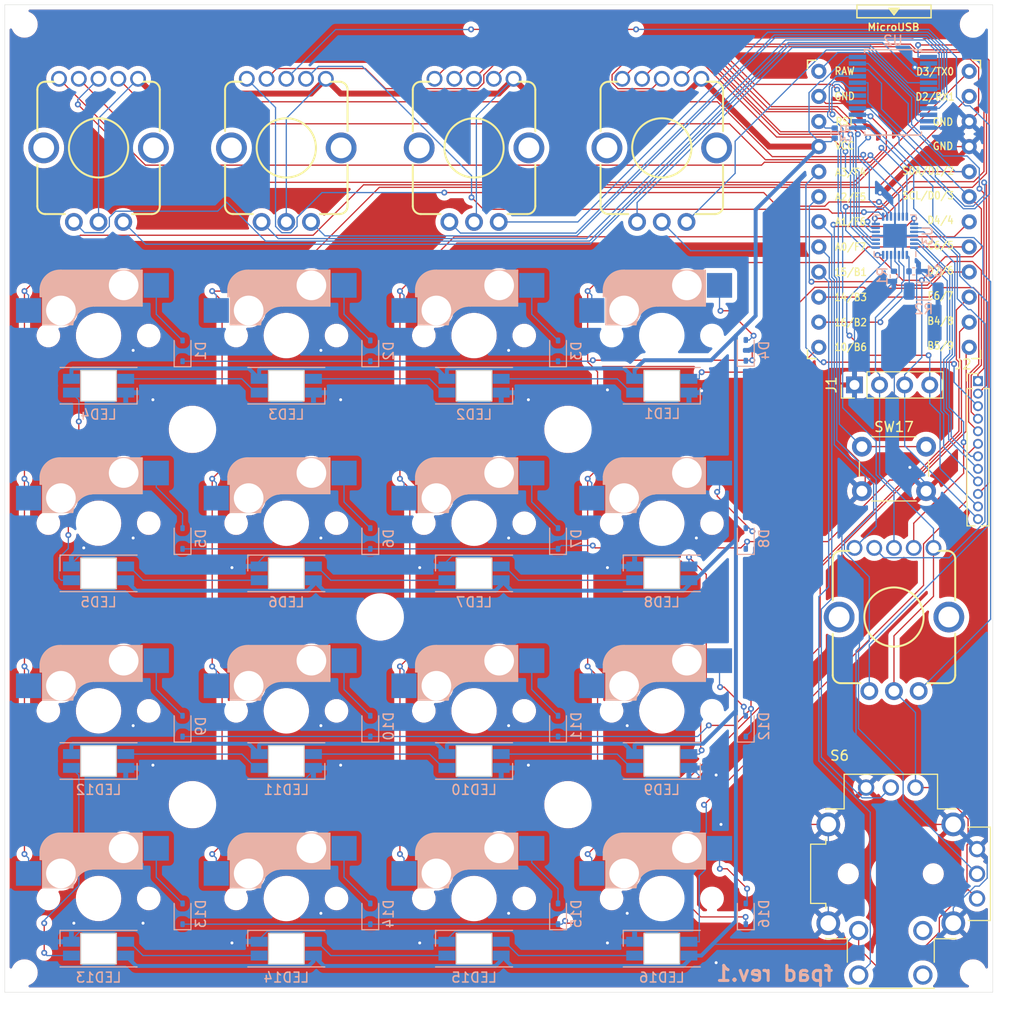
<source format=kicad_pcb>
(kicad_pcb (version 20221018) (generator pcbnew)
  (title_block (rev "1"))
  (layers (0 "F.Cu" signal "Front") (31 "B.Cu" signal "Back") (34 "B.Paste" user) (35 "F.Paste" user) (36 "B.SilkS" user "B.Silkscreen") (37 "F.SilkS" user "F.Silkscreen") (38 "B.Mask" user) (39 "F.Mask" user) (44 "Edge.Cuts" user))
  (net 0 "")
  (net 1 "/SDB")
  (net 2 "GND")
  (net 3 "/ROW1")
  (net 4 "Net-(D1-A)")
  (net 5 "Net-(D2-A)")
  (net 6 "Net-(D3-A)")
  (net 7 "Net-(D4-A)")
  (net 8 "/ROW2")
  (net 9 "Net-(D5-A)")
  (net 10 "Net-(D6-A)")
  (net 11 "Net-(D7-A)")
  (net 12 "Net-(D8-A)")
  (net 13 "/ROW3")
  (net 14 "Net-(D9-A)")
  (net 15 "Net-(D10-A)")
  (net 16 "Net-(D11-A)")
  (net 17 "Net-(D12-A)")
  (net 18 "/ROW4")
  (net 19 "Net-(D13-A)")
  (net 20 "Net-(D14-A)")
  (net 21 "Net-(D15-A)")
  (net 22 "Net-(D16-A)")
  (net 23 "VCC")
  (net 24 "/SCL")
  (net 25 "/SDA")
  (net 26 "/LED_IN")
  (net 27 "Net-(LED1-DOUT)")
  (net 28 "Net-(LED2-DOUT)")
  (net 29 "Net-(LED3-DOUT)")
  (net 30 "Net-(LED4-DOUT)")
  (net 31 "Net-(LED5-DOUT)")
  (net 32 "Net-(LED6-DOUT)")
  (net 33 "Net-(LED7-DOUT)")
  (net 34 "Net-(LED8-DOUT)")
  (net 35 "Net-(LED10-DIN)")
  (net 36 "Net-(LED10-DOUT)")
  (net 37 "Net-(LED11-DOUT)")
  (net 38 "Net-(LED12-DOUT)")
  (net 39 "Net-(LED13-DOUT)")
  (net 40 "Net-(LED14-DOUT)")
  (net 41 "Net-(LED15-DOUT)")
  (net 42 "/LED_OUT")
  (net 43 "Net-(U3-ISET)")
  (net 44 "/RESET")
  (net 45 "/ROT1_R")
  (net 46 "/ROT1_G")
  (net 47 "/ROT_SW1")
  (net 48 "/ROT1_B")
  (net 49 "/ROT11")
  (net 50 "/ROT12")
  (net 51 "/ROT2_R")
  (net 52 "/ROT2_G")
  (net 53 "/ROT_SW2")
  (net 54 "/ROT2_B")
  (net 55 "/ROT21")
  (net 56 "/ROT22")
  (net 57 "/ROT3_R")
  (net 58 "/ROT3_G")
  (net 59 "/ROT_SW3")
  (net 60 "/ROT3_B")
  (net 61 "/ROT31")
  (net 62 "/ROT32")
  (net 63 "/ROT4_R")
  (net 64 "/ROT4_G")
  (net 65 "/ROT_SW4")
  (net 66 "/ROT4_B")
  (net 67 "/ROT41")
  (net 68 "/ROT42")
  (net 69 "/ROT5_R")
  (net 70 "/ROT5_G")
  (net 71 "/ROT_SW5")
  (net 72 "/ROT5_B")
  (net 73 "/ROT51")
  (net 74 "/ROT52")
  (net 75 "/COL1")
  (net 76 "/COL2")
  (net 77 "/COL3")
  (net 78 "/COL4")
  (net 79 "/B3")
  (net 80 "/SW")
  (net 81 "/X")
  (net 82 "/Y")
  (net 83 "/A2")
  (net 84 "/A3")
  (net 85 "/RAW")
  (net 86 "/P17")
  (net 87 "/OUT16")
  (net 88 "/OUT17")
  (net 89 "/OUT18")
  (net 90 "/~{INT}")
  (footprint "kbd:CherryMX_Hotswap" (layer "F.Cu") (at 67.5 91.5)
    (fp_text reference "SW11" hide)
    (fp_text value "SW_Push" hide)
  )
  (footprint "kbd:CherryMX_Hotswap" (layer "F.Cu") (at 86.5 53.5)
    (fp_text reference "SW4" hide)
    (fp_text value "SW_Push" hide)
  )
  (footprint "kbd:CherryMX_Hotswap" (layer "F.Cu") (at 86.5 91.5)
    (fp_text reference "SW12" hide)
    (fp_text value "SW_Push" hide)
  )
  (footprint "Switches:ENCODER_LED_3" (layer "F.Cu") (at 67.5 34.5)
    (fp_text reference "S3")
    (fp_text value "ENCODER-RGB-SWITCH")
  )
  (footprint "MountingHole:MountingHole_4.3mm_M4" (layer "F.Cu") (at 39 63)
    (fp_text reference "REF**" hide)
    (fp_text value "MountingHole_4.3mm_M4" hide)
  )
  (footprint "Button_Switch_THT:SW_PUSH_6mm_H5mm" (layer "F.Cu") (at 106.75 64.75)
    (fp_text reference "SW17")
    (fp_text value "SW_Push")
  )
  (footprint "Connector_PinHeader_2.54mm:PinHeader_1x04_P2.54mm_Vertical" (layer "F.Cu") (at 106 58.5 90)
    (fp_text reference "J1")
    (fp_text value "Conn_01x04")
  )
  (footprint "MountingHole:MountingHole_2.2mm_M2" (layer "F.Cu") (at 22 118)
    (fp_text reference "REF**" hide)
    (fp_text value "MountingHole_2.2mm_M2" hide)
  )
  (footprint "Switches:ENCODER_LED_3" (layer "F.Cu") (at 48.5 34.5)
    (fp_text reference "S2")
    (fp_text value "ENCODER-RGB-SWITCH")
  )
  (footprint "kbd:CherryMX_Hotswap" (layer "F.Cu") (at 67.5 110.5)
    (fp_text reference "SW15" hide)
    (fp_text value "SW_Push" hide)
  )
  (footprint "MountingHole:MountingHole_2.2mm_M2" (layer "F.Cu") (at 118 22)
    (fp_text reference "REF**" hide)
    (fp_text value "MountingHole_2.2mm_M2" hide)
  )
  (footprint "Switches:ENCODER_LED_3" (layer "F.Cu") (at 86.5 34.5)
    (fp_text reference "S4")
    (fp_text value "ENCODER-RGB-SWITCH")
  )
  (footprint "MountingHole:MountingHole_4.3mm_M4" (layer "F.Cu") (at 39 101)
    (fp_text reference "REF**" hide)
    (fp_text value "MountingHole_4.3mm_M4" hide)
  )
  (footprint "kbd:CherryMX_Hotswap" (layer "F.Cu") (at 29.5 53.5)
    (fp_text reference "SW1" hide)
    (fp_text value "SW_Push" hide)
  )
  (footprint "kbd:CherryMX_Hotswap" (layer "F.Cu") (at 29.5 72.5)
    (fp_text reference "SW5" hide)
    (fp_text value "SW_Push" hide)
  )
  (footprint "MountingHole:MountingHole_4.3mm_M4" (layer "F.Cu") (at 77 101)
    (fp_text reference "REF**" hide)
    (fp_text value "MountingHole_4.3mm_M4" hide)
  )
  (footprint "snapeda:SW_RKJXV122400R" (layer "F.Cu") (at 109.675 108)
    (fp_text reference "S6")
    (fp_text value "RKJXV122400R")
  )
  (footprint "kbd:CherryMX_Hotswap" (layer "F.Cu") (at 29.5 91.5)
    (fp_text reference "SW9" hide)
    (fp_text value "SW_Push" hide)
  )
  (footprint "Switches:ENCODER_LED_3" (layer "F.Cu") (at 29.5 34.5)
    (fp_text reference "S1")
    (fp_text value "ENCODER-RGB-SWITCH")
  )
  (footprint "kbd:CherryMX_Hotswap" (layer "F.Cu") (at 86.5 110.5)
    (fp_text reference "SW16" hide)
    (fp_text value "SW_Push" hide)
  )
  (footprint "kbd:CherryMX_Hotswap" (layer "F.Cu") (at 86.5 72.5)
    (fp_text reference "SW8" hide)
    (fp_text value "SW_Push" hide)
  )
  (footprint "MountingHole:MountingHole_2.2mm_M2" (layer "F.Cu") (at 22 22)
    (fp_text reference "REF**" hide)
    (fp_text value "MountingHole_2.2mm_M2" hide)
  )
  (footprint "kbd:CherryMX_Hotswap" (layer "F.Cu") (at 67.5 72.5)
    (fp_text reference "SW7" hide)
    (fp_text value "SW_Push" hide)
  )
  (footprint "kbd:CherryMX_Hotswap" (layer "F.Cu") (at 29.5 110.5)
    (fp_text reference "SW13" hide)
    (fp_text value "SW_Push" hide)
  )
  (footprint "kbd:CherryMX_Hotswap" (layer "F.Cu") (at 48.5 110.5)
    (fp_text reference "SW14" hide)
    (fp_text value "SW_Push" hide)
  )
  (footprint "kbd:CherryMX_Hotswap" (layer "F.Cu") (at 48.5 91.5)
    (fp_text reference "SW10" hide)
    (fp_text value "SW_Push" hide)
  )
  (footprint "kbd:CherryMX_Hotswap" (layer "F.Cu") (at 67.5 53.5)
    (fp_text reference "SW3" hide)
    (fp_text value "SW_Push" hide)
  )
  (footprint "MountingHole:MountingHole_2.2mm_M2" (layer "F.Cu") (at 118 118)
    (fp_text reference "REF**" hide)
    (fp_text value "MountingHole_2.2mm_M2" hide)
  )
  (footprint "Connector_PinHeader_1.27mm:PinHeader_1x12_P1.27mm_Vertical" (layer "F.Cu") (at 118.5 58.11)
    (fp_text reference "J2")
    (fp_text value "Conn_01x12")
  )
  (footprint "kbd:CherryMX_Hotswap" (layer "F.Cu") (at 48.5 53.5)
    (fp_text reference "SW2" hide)
    (fp_text value "SW_Push" hide)
  )
  (footprint "MountingHole:MountingHole_4.3mm_M4" (layer "F.Cu") (at 58 82)
    (fp_text reference "REF**" hide)
    (fp_text value "MountingHole_4.3mm_M4" hide)
  )
  (footprint "kbd:ProMicro_v3" (layer "F.Cu") (at 110 41.225)
    (fp_text reference "U1" hide)
    (fp_text value "ProMicro_r" hide)
  )
  (footprint "Switches:ENCODER_LED_3" (layer "F.Cu") (at 109.999 82.0019)
    (fp_text reference "S5")
    (fp_text value "ENCODER-RGB-SWITCH")
  )
  (footprint "kbd:CherryMX_Hotswap" (layer "F.Cu") (at 48.5 72.5)
    (fp_text reference "SW6" hide)
    (fp_text value "SW_Push" hide)
  )
  (footprint "MountingHole:MountingHole_4.3mm_M4" (layer "F.Cu") (at 77 63)
    (fp_text reference "REF**" hide)
    (fp_text value "MountingHole_4.3mm_M4" hide)
  )
  (footprint "kbd:YS-SK6812MINI-E" (layer "B.Cu") (at 48.5 115.58)
    (fp_text reference "LED14")
    (fp_text value "YS-SK6812MINI-E")
    (fp_line (start -1.8 -1.55) (end 1.8 -1.55) (stroke (width 0.12)) (layer "Edge.Cuts"))
    (fp_line (start -1.8 1.55) (end -1.8 -1.55) (stroke (width 0.12)) (layer "Edge.Cuts"))
    (fp_line (start 1.8 -1.55) (end 1.8 1.55) (stroke (width 0.12)) (layer "Edge.Cuts"))
    (fp_line (start 1.8 1.55) (end -1.8 1.55) (stroke (width 0.12)) (layer "Edge.Cuts"))
  )
  (footprint "kbd:YS-SK6812MINI-E" (layer "B.Cu") (at 67.5 58.58 180)
    (fp_text reference "LED2")
    (fp_text value "YS-SK6812MINI-E")
    (fp_line (start -1.8 -1.55) (end 1.8 -1.55) (stroke (width 0.12)) (layer "Edge.Cuts"))
    (fp_line (start -1.8 1.55) (end -1.8 -1.55) (stroke (width 0.12)) (layer "Edge.Cuts"))
    (fp_line (start 1.8 -1.55) (end 1.8 1.55) (stroke (width 0.12)) (layer "Edge.Cuts"))
    (fp_line (start 1.8 1.55) (end -1.8 1.55) (stroke (width 0.12)) (layer "Edge.Cuts"))
  )
  (footprint "kbd:YS-SK6812MINI-E" (layer "B.Cu") (at 29.5 96.58 180)
    (fp_text reference "LED12")
    (fp_text value "YS-SK6812MINI-E")
    (fp_line (start -1.8 -1.55) (end 1.8 -1.55) (stroke (width 0.12)) (layer "Edge.Cuts"))
    (fp_line (start -1.8 1.55) (end -1.8 -1.55) (stroke (width 0.12)) (layer "Edge.Cuts"))
    (fp_line (start 1.8 -1.55) (end 1.8 1.55) (stroke (width 0.12)) (layer "Edge.Cuts"))
    (fp_line (start 1.8 1.55) (end -1.8 1.55) (stroke (width 0.12)) (layer "Edge.Cuts"))
  )
  (footprint "Diode_SMD:D_SOD-323" (layer "B.Cu") (at 57 74.05 90)
    (fp_text reference "D6")
    (fp_text value "1N4148WS")
  )
  (footprint "kbd:YS-SK6812MINI-E" (layer "B.Cu") (at 67.5 77.58)
    (fp_text reference "LED7")
    (fp_text value "YS-SK6812MINI-E")
    (fp_line (start -1.8 -1.55) (end 1.8 -1.55) (stroke (width 0.12)) (layer "Edge.Cuts"))
    (fp_line (start -1.8 1.55) (end -1.8 -1.55) (stroke (width 0.12)) (layer "Edge.Cuts"))
    (fp_line (start 1.8 -1.55) (end 1.8 1.55) (stroke (width 0.12)) (layer "Edge.Cuts"))
    (fp_line (start 1.8 1.55) (end -1.8 1.55) (stroke (width 0.12)) (layer "Edge.Cuts"))
  )
  (footprint "kbd:YS-SK6812MINI-E" (layer "B.Cu") (at 48.5 96.58 180)
    (fp_text reference "LED11")
    (fp_text value "YS-SK6812MINI-E")
    (fp_line (start -1.8 -1.55) (end 1.8 -1.55) (stroke (width 0.12)) (layer "Edge.Cuts"))
    (fp_line (start -1.8 1.55) (end -1.8 -1.55) (stroke (width 0.12)) (layer "Edge.Cuts"))
    (fp_line (start 1.8 -1.55) (end 1.8 1.55) (stroke (width 0.12)) (layer "Edge.Cuts"))
    (fp_line (start 1.8 1.55) (end -1.8 1.55) (stroke (width 0.12)) (layer "Edge.Cuts"))
  )
  (footprint "Diode_SMD:D_SOD-323" (layer "B.Cu") (at 76 93.05 90)
    (fp_text reference "D11")
    (fp_text value "1N4148WS")
  )
  (footprint "Diode_SMD:D_SOD-323" (layer "B.Cu") (at 57 112.05 90)
    (fp_text reference "D14")
    (fp_text value "1N4148WS")
  )
  (footprint "Diode_SMD:D_SOD-323" (layer "B.Cu") (at 38 74.05 90)
    (fp_text reference "D5")
    (fp_text value "1N4148WS")
  )
  (footprint "Diode_SMD:D_SOD-323" (layer "B.Cu") (at 95 93.05 90)
    (fp_text reference "D12")
    (fp_text value "1N4148WS")
  )
  (footprint "kbd:YS-SK6812MINI-E" (layer "B.Cu") (at 29.5 58.58 180)
    (fp_text reference "LED4")
    (fp_text value "YS-SK6812MINI-E")
    (fp_line (start -1.8 -1.55) (end 1.8 -1.55) (stroke (width 0.12)) (layer "Edge.Cuts"))
    (fp_line (start -1.8 1.55) (end -1.8 -1.55) (stroke (width 0.12)) (layer "Edge.Cuts"))
    (fp_line (start 1.8 -1.55) (end 1.8 1.55) (stroke (width 0.12)) (layer "Edge.Cuts"))
    (fp_line (start 1.8 1.55) (end -1.8 1.55) (stroke (width 0.12)) (layer "Edge.Cuts"))
  )
  (footprint "kbd:YS-SK6812MINI-E" (layer "B.Cu") (at 86.5 96.58 180)
    (fp_text reference "LED9")
    (fp_text value "YS-SK6812MINI-E")
    (fp_line (start -1.8 -1.55) (end 1.8 -1.55) (stroke (width 0.12)) (layer "Edge.Cuts"))
    (fp_line (start -1.8 1.55) (end -1.8 -1.55) (stroke (width 0.12)) (layer "Edge.Cuts"))
    (fp_line (start 1.8 -1.55) (end 1.8 1.55) (stroke (width 0.12)) (layer "Edge.Cuts"))
    (fp_line (start 1.8 1.55) (end -1.8 1.55) (stroke (width 0.12)) (layer "Edge.Cuts"))
  )
  (footprint "Diode_SMD:D_SOD-323" (layer "B.Cu") (at 95 112.05 90)
    (fp_text reference "D16")
    (fp_text value "1N4148WS")
  )
  (footprint "Diode_SMD:D_SOD-323" (layer "B.Cu") (at 76 74.05 90)
    (fp_text reference "D7")
    (fp_text value "1N4148WS")
  )
  (footprint "Resistor_SMD:R_1206_3216Metric" (layer "B.Cu") (at 113 49)
    (fp_text reference "R2")
    (fp_text value "100k")
  )
  (footprint "kbd:YS-SK6812MINI-E" (layer "B.Cu") (at 29.5 115.58)
    (fp_text reference "LED13")
    (fp_text value "YS-SK6812MINI-E")
    (fp_line (start -1.8 -1.55) (end 1.8 -1.55) (stroke (width 0.12)) (layer "Edge.Cuts"))
    (fp_line (start -1.8 1.55) (end -1.8 -1.55) (stroke (width 0.12)) (layer "Edge.Cuts"))
    (fp_line (start 1.8 -1.55) (end 1.8 1.55) (stroke (width 0.12)) (layer "Edge.Cuts"))
    (fp_line (start 1.8 1.55) (end -1.8 1.55) (stroke (width 0.12)) (layer "Edge.Cuts"))
  )
  (footprint "Diode_SMD:D_SOD-323" (layer "B.Cu") (at 76 55.05 90)
    (fp_text reference "D3")
    (fp_text value "1N4148WS")
  )
  (footprint "Diode_SMD:D_SOD-323" (layer "B.Cu") (at 95 55 90)
    (fp_text reference "D4")
    (fp_text value "1N4148WS")
  )
  (footprint "Diode_SMD:D_SOD-323" (layer "B.Cu") (at 38 55.05 90)
    (fp_text reference "D1")
    (fp_text value "1N4148WS")
  )
  (footprint "kbd:YS-SK6812MINI-E" (layer "B.Cu") (at 86.5 77.58)
    (fp_text reference "LED8")
    (fp_text value "YS-SK6812MINI-E")
    (fp_line (start -1.8 -1.55) (end 1.8 -1.55) (stroke (width 0.12)) (layer "Edge.Cuts"))
    (fp_line (start -1.8 1.55) (end -1.8 -1.55) (stroke (width 0.12)) (layer "Edge.Cuts"))
    (fp_line (start 1.8 -1.55) (end 1.8 1.55) (stroke (width 0.12)) (layer "Edge.Cuts"))
    (fp_line (start 1.8 1.55) (end -1.8 1.55) (stroke (width 0.12)) (layer "Edge.Cuts"))
  )
  (footprint "kbd:YS-SK6812MINI-E" (layer "B.Cu") (at 86.5 115.58)
    (fp_text reference "LED16")
    (fp_text value "YS-SK6812MINI-E")
    (fp_line (start -1.8 -1.55) (end 1.8 -1.55) (stroke (width 0.12)) (layer "Edge.Cuts"))
    (fp_line (start -1.8 1.55) (end -1.8 -1.55) (stroke (width 0.12)) (layer "Edge.Cuts"))
    (fp_line (start 1.8 -1.55) (end 1.8 1.55) (stroke (width 0.12)) (layer "Edge.Cuts"))
    (fp_line (start 1.8 1.55) (end -1.8 1.55) (stroke (width 0.12)) (layer "Edge.Cuts"))
  )
  (footprint "kbd:YS-SK6812MINI-E" (layer "B.Cu") (at 29.5 77.58)
    (fp_text reference "LED5")
    (fp_text value "YS-SK6812MINI-E")
    (fp_line (start -1.8 -1.55) (end 1.8 -1.55) (stroke (width 0.12)) (layer "Edge.Cuts"))
    (fp_line (start -1.8 1.55) (end -1.8 -1.55) (stroke (width 0.12)) (layer "Edge.Cuts"))
    (fp_line (start 1.8 -1.55) (end 1.8 1.55) (stroke (width 0.12)) (layer "Edge.Cuts"))
    (fp_line (start 1.8 1.55) (end -1.8 1.55) (stroke (width 0.12)) (layer "Edge.Cuts"))
  )
  (footprint "kbd:YS-SK6812MINI-E" (layer "B.Cu") (at 48.5 77.58)
    (fp_text reference "LED6")
    (fp_text value "YS-SK6812MINI-E")
    (fp_line (start -1.8 -1.55) (end 1.8 -1.55) (stroke (width 0.12)) (layer "Edge.Cuts"))
    (fp_line (start -1.8 1.55) (end -1.8 -1.55) (stroke (width 0.12)) (layer "Edge.Cuts"))
    (fp_line (start 1.8 -1.55) (end 1.8 1.55) (stroke (width 0.12)) (layer "Edge.Cuts"))
    (fp_line (start 1.8 1.55) (end -1.8 1.55) (stroke (width 0.12)) (layer "Edge.Cuts"))
  )
  (footprint "kbd:YS-SK6812MINI-E" (layer "B.Cu") (at 48.5 58.58 180)
    (fp_text reference "LED3")
    (fp_text value "YS-SK6812MINI-E")
    (fp_line (start -1.8 -1.55) (end 1.8 -1.55) (stroke (width 0.12)) (layer "Edge.Cuts"))
    (fp_line (start -1.8 1.55) (end -1.8 -1.55) (stroke (width 0.12)) (layer "Edge.Cuts"))
    (fp_line (start 1.8 -1.55) (end 1.8 1.55) (stroke (width 0.12)) (layer "Edge.Cuts"))
    (fp_line (start 1.8 1.55) (end -1.8 1.55) (stroke (width 0.12)) (layer "Edge.Cuts"))
  )
  (footprint "Diode_SMD:D_SOD-323" (layer "B.Cu") (at 38 93.05 90)
    (fp_text reference "D9")
    (fp_text value "1N4148WS")
  )
  (footprint "Package_SO:SSOP-24_5.3x8.2mm_P0.65mm" (layer "B.Cu") (at 109.9 28.875 180)
    (fp_text reference "U2")
    (fp_text value "XL9555")
  )
  (footprint "Diode_SMD:D_SOD-323" (layer "B.Cu") (at 57 93.05 90)
    (fp_text reference "D10")
    (fp_text value "1N4148WS")
  )
  (footprint "Resistor_SMD:R_0402_1005Metric" (layer "B.Cu") (at 104 33 90)
    (fp_text reference "R3")
    (fp_text value "10k")
  )
  (footprint "Diode_SMD:D_SOD-323" (layer "B.Cu") (at 76 112.05 90)
    (fp_text reference "D15")
    (fp_text value "1N4148WS")
  )
  (footprint "kbd:YS-SK6812MINI-E" (layer "B.Cu") (at 86.5 58.58 180)
    (fp_text reference "LED1")
    (fp_text value "YS-SK6812MINI-E")
    (fp_line (start -1.8 -1.55) (end 1.8 -1.55) (stroke (width 0.12)) (layer "Edge.Cuts"))
    (fp_line (start -1.8 1.55) (end -1.8 -1.55) (stroke (width 0.12)) (layer "Edge.Cuts"))
    (fp_line (start 1.8 -1.55) (end 1.8 1.55) (stroke (width 0.12)) (layer "Edge.Cuts"))
    (fp_line (start 1.8 1.55) (end -1.8 1.55) (stroke (width 0.12)) (layer "Edge.Cuts"))
  )
  (footprint "Resistor_SMD:R_0402_1005Metric" (layer "B.Cu") (at 110 47.5 -90)
    (fp_text reference "R1")
    (fp_text value "7.6k")
  )
  (footprint "Diode_SMD:D_SOD-323" (layer "B.Cu") (at 38 112.05 90)
    (fp_text reference "D13")
    (fp_text value "1N4148WS")
  )
  (footprint "kbd:YS-SK6812MINI-E" (layer "B.Cu") (at 67.5 96.58 180)
    (fp_text reference "LED10")
    (fp_text value "YS-SK6812MINI-E")
    (fp_line (start -1.8 -1.55) (end 1.8 -1.55) (stroke (width 0.12)) (layer "Edge.Cuts"))
    (fp_line (start -1.8 1.55) (end -1.8 -1.55) (stroke (width 0.12)) (layer "Edge.Cuts"))
    (fp_line (start 1.8 -1.55) (end 1.8 1.55) (stroke (width 0.12)) (layer "Edge.Cuts"))
    (fp_line (start 1.8 1.55) (end -1.8 1.55) (stroke (width 0.12)) (layer "Edge.Cuts"))
  )
  (footprint "Diode_SMD:D_SOD-323" (layer "B.Cu") (at 57 55.05 90)
    (fp_text reference "D2")
    (fp_text value "1N4148WS")
  )
  (footprint "Capacitor_SMD:C_0402_1005Metric" (layer "B.Cu") (at 112 47)
    (fp_text reference "C1")
    (fp_text value "0.1u")
  )
  (footprint "Package_DFN_QFN:QFN-28-1EP_4x4mm_P0.4mm_EP2.4x2.4mm" (layer "B.Cu") (at 110.1 43.4 90)
    (fp_text reference "U3")
    (fp_text value "IS31FL3208A")
  )
  (footprint "Diode_SMD:D_SOD-323" (layer "B.Cu") (at 95 74.05 90)
    (fp_text reference "D8")
    (fp_text value "1N4148WS")
  )
  (footprint "kbd:YS-SK6812MINI-E" (layer "B.Cu") (at 67.5 115.58)
    (fp_text reference "LED15")
    (fp_text value "YS-SK6812MINI-E")
    (fp_line (start -1.8 -1.55) (end 1.8 -1.55) (stroke (width 0.12)) (layer "Edge.Cuts"))
    (fp_line (start -1.8 1.55) (end -1.8 -1.55) (stroke (width 0.12)) (layer "Edge.Cuts"))
    (fp_line (start 1.8 -1.55) (end 1.8 1.55) (stroke (width 0.12)) (layer "Edge.Cuts"))
    (fp_line (start 1.8 1.55) (end -1.8 1.55) (stroke (width 0.12)) (layer "Edge.Cuts"))
  )
  (gr_rect (start 20 20) (end 120 120) (stroke (width 0.0381)) (fill none) (layer "Edge.Cuts"))
  (gr_text "fpad rev.1" (at 104 119) (layer "B.SilkS") (effects (font (size 1.524 1.524) (thickness 0.3048) bold) (justify left bottom mirror)))
  (segment (start 102.3914 52.147) (end 108.6185 52.147) (width 0.127) (layer "F.Cu") (net 1))
  (via (at 108.6185 52.147) (size 0.6) (drill 0.3) (layers "F.Cu" "B.Cu") (net 1))
  (segment (start 108.6185 51.919) (end 108.6185 52.147) (width 0.127) (layer "B.Cu") (net 1))
  (segment (start 111.3 45.3375) (end 111.52 45.5575) (width 0.127) (layer "B.Cu") (net 1))
  (segment (start 111.52 47) (end 111.5375 47.0175) (width 0.127) (layer "B.Cu") (net 1))
  (segment (start 111.52 45.5575) (end 111.52 47) (width 0.127) (layer "B.Cu") (net 1))
  (segment (start 111.5375 49) (end 108.6185 51.919) (width 0.127) (layer "B.Cu") (net 1))
  (segment (start 111.5375 47.0175) (end 111.5375 49) (width 0.127) (layer "B.Cu") (net 1))
  (segment (start 118.5482 29.697239) (end 118.5639 29.681539) (width 0.127) (layer "F.Cu") (net 2))
  (segment (start 108.4551 30) (end 112.1142 26.3409) (width 0.127) (layer "F.Cu") (net 2))
  (segment (start 110.905 103) (end 107.175 99.27) (width 0.127) (layer "F.Cu") (net 2))
  (segment (start 117.6114 31.827) (end 118.5482 30.8902) (width 0.127) (layer "F.Cu") (net 2))
  (segment (start 104.3672 64.1275) (end 107.0865 66.8468) (width 0.127) (layer "F.Cu") (net 2))
  (segment (start 106 58.5) (end 104.9594 58.5) (width 0.127) (layer "F.Cu") (net 2))
  (segment (start 107.0865 68.9135) (end 106.75 69.25) (width 0.127) (layer "F.Cu") (net 2))
  (segment (start 116 103) (end 110.905 103) (width 0.127) (layer "F.Cu") (net 2))
  (segment (start 107.0865 66.8468) (end 111.6054 66.8468) (width 0.127) (layer "F.Cu") (net 2))
  (segment (start 103.445 103) (end 103.35 103) (width 0.127) (layer "F.Cu") (net 2))
  (segment (start 108.5873 39.0302) (end 113.2505 34.367) (width 0.127) (layer "F.Cu") (net 2))
  (segment (start 104.9594 58.5) (end 104.3672 59.0922) (width 0.127) (layer "F.Cu") (net 2))
  (segment (start 102.3914 29.287) (end 103.1044 30) (width 0.127) (layer "F.Cu") (net 2))
  (segment (start 103.1044 30) (end 108.4551 30) (width 0.127) (layer "F.Cu") (net 2))
  (segment (start 104.3672 59.0922) (end 104.3672 64.1275) (width 0.127) (layer "F.Cu") (net 2))
  (segment (start 118.5639 26.352461) (end 117.711439 25.5) (width 0.127) (layer "F.Cu") (net 2))
  (segment (start 112.9551 25.5) (end 112.1142 26.3409) (width 0.127) (layer "F.Cu") (net 2))
  (segment (start 117.711439 25.5) (end 112.9551 25.5) (width 0.127) (layer "F.Cu") (net 2))
  (segment (start 107.0865 66.8468) (end 107.0865 68.9135) (width 0.127) (layer "F.Cu") (net 2))
  (segment (start 118.5482 30.8902) (end 118.5482 29.697239) (width 0.127) (layer "F.Cu") (net 2))
  (segment (start 104.3672 59.0922) (end 90.5347 59.0922) (width 0.127) (layer "F.Cu") (net 2))
  (segment (start 113.2505 34.367) (end 117.6114 34.367) (width 0.127) (layer "F.Cu") (net 2))
  (segment (start 107.175 99.27) (end 103.445 103) (width 0.127) (layer "F.Cu") (net 2))
  (segment (start 118.5639 29.681539) (end 118.5639 26.352461) (width 0.127) (layer "F.Cu") (net 2))
  (segment (start 103.35 103) (end 92.4929 103) (width 0.127) (layer "F.Cu") (net 2))
  (via (at 33 74) (size 0.6) (drill 0.3) (layers "F.Cu" "B.Cu") (net 2))
  (via (at 43 115) (size 0.6) (drill 0.3) (layers "F.Cu" "B.Cu") (net 2))
  (via (at 28 75) (size 0.6) (drill 0.3) (layers "F.Cu" "B.Cu") (net 2))
  (via (at 112.1142 26.3409) (size 0.6) (drill 0.3) (layers "F.Cu" "B.Cu") (net 2))
  (via (at 54 60) (size 0.6) (drill 0.3) (layers "F.Cu" "B.Cu") (net 2))
  (via (at 71 112) (size 0.6) (drill 0.3) (layers "F.Cu" "B.Cu") (net 2))
  (via (at 81 77) (size 0.6) (drill 0.3) (layers "F.Cu" "B.Cu") (net 2))
  (via (at 81 59) (size 0.6) (drill 0.3) (layers "F.Cu" "B.Cu") (net 2))
  (via (at 83 93) (size 0.6) (drill 0.3) (layers "F.Cu" "B.Cu") (net 2))
  (via (at 83 112) (size 0.6) (drill 0.3) (layers "F.Cu" "B.Cu") (net 2))
  (via (at 90.5347 59.0922) (size 0.6) (drill 0.3) (layers "F.Cu" "B.Cu") (net 2))
  (via (at 90 74) (size 0.6) (drill 0.3) (layers "F.Cu" "B.Cu") (net 2))
  (via (at 92 98) (size 0.6) (drill 0.3) (layers "F.Cu" "B.Cu") (net 2))
  (via (at 33 55) (size 0.6) (drill 0.3) (layers "F.Cu" "B.Cu") (net 2))
  (via (at 71 93) (size 0.6) (drill 0.3) (layers "F.Cu" "B.Cu") (net 2))
  (via (at 52 55) (size 0.6) (drill 0.3) (layers "F.Cu" "B.Cu") (net 2))
  (via (at 73 60) (size 0.6) (drill 0.3) (layers "F.Cu" "B.Cu") (net 2))
  (via (at 27 113) (size 0.6) (drill 0.3) (layers "F.Cu" "B.Cu") (net 2))
  (via (at 54 97) (size 0.6) (drill 0.3) (layers "F.Cu" "B.Cu") (net 2))
  (via (at 33 93) (size 0.6) (drill 0.3) (layers "F.Cu" "B.Cu") (net 2))
  (via (at 71 74) (size 0.6) (drill 0.3) (layers "F.Cu" "B.Cu") (net 2))
  (via (at 92 117) (size 0.6) (drill 0.3) (layers "F.Cu" "B.Cu") (net 2))
  (via (at 35 97) (size 0.6) (drill 0.3) (layers "F.Cu" "B.Cu") (net 2))
  (via (at 92.4929 103) (size 0.6) (drill 0.3) (layers "F.Cu" "B.Cu") (net 2))
  (via (at 35 60) (size 0.6) (drill 0.3) (layers "F.Cu" "B.Cu") (net 2))
  (via (at 43 77) (size 0.6) (drill 0.3) (layers "F.Cu" "B.Cu") (net 2))
  (via (at 62 115) (size 0.6) (drill 0.3) (layers "F.Cu" "B.Cu") (net 2))
  (via (at 34 113) (size 0.6) (drill 0.3) (layers "F.Cu" "B.Cu") (net 2))
  (via (at 111.6054 66.8468) (size 0.6) (drill 0.3) (layers "F.Cu" "B.Cu") (net 2))
  (via (at 108.5873 39.0302) (size 0.6) (drill 0.3) (layers "F.Cu" "B.Cu") (net 2))
  (via (at 52 112) (size 0.6) (drill 0.3) (layers "F.Cu" "B.Cu") (net 2))
  (via (at 62 77) (size 0.6) (drill 0.3) (layers "F.Cu" "B.Cu") (net 2))
  (via (at 52 74) (size 0.6) (drill 0.3) (layers "F.Cu" "B.Cu") (net 2))
  (via (at 81 115) (size 0.6) (drill 0.3) (layers "F.Cu" "B.Cu") (net 2))
  (via (at 52 93) (size 0.6) (drill 0.3) (layers "F.Cu" "B.Cu") (net 2))
  (via (at 73 97) (size 0.6) (drill 0.3) (layers "F.Cu" "B.Cu") (net 2))
  (via (at 71 55) (size 0.6) (drill 0.3) (layers "F.Cu" "B.Cu") (net 2))
  (segment (start 106.5 77.7433) (end 106.5 85.07658) (width 0.127) (layer "B.Cu") (net 2))
  (segment (start 110.9 45.3375) (end 110.9 44.2) (width 0.2) (layer "B.Cu") (net 2))
  (segment (start 118.1988 109.25) (end 118.6213 109.25) (width 0.127) (layer "B.Cu") (net 2))
  (segment (start 62.6561 113.8267) (end 46.573 113.8267) (width 0.127) (layer "B.Cu") (net 2))
  (segment (start 82.7094 114.88) (end 81.6687 113.8393) (width 0.127) (layer "B.Cu") (net 2))
  (segment (start 106.15598 85.4206) (end 106.15598 98.25098) (width 0.127) (layer "B.Cu") (net 2))
  (segment (start 26.75 114.7103) (end 28.3317 113.1286) (width 0.127) (layer "B.Cu") (net 2))
  (segment (start 110.0344 53.1706) (end 112.2916 50.9134) (width 0.127) (layer "B.Cu") (net 2))
  (segment (start 89.25 59.28) (end 90.2906 59.28) (width 0.127) (layer "B.Cu") (net 2))
  (segment (start 83.75 114.88) (end 82.7094 114.88) (width 0.127) (layer "B.Cu") (net 2))
  (segment (start 64.75 76.88) (end 64.2297 76.88) (width 0.127) (layer "B.Cu") (net 2))
  (segment (start 117.6114 34.367) (end 116.9884 33.744) (width 0.127) (layer "B.Cu") (net 2))
  (segment (start 26.75 76.5986) (end 27.9177 75.4309) (width 0.127) (layer "B.Cu") (net 2))
  (segment (start 43.3503 114.6497) (end 45.75 114.6497) (width 0.127) (layer "B.Cu") (net 2))
  (segment (start 90.4784 59.0922) (end 90.5347 59.0922) (width 0.127) (layer "B.Cu") (net 2))
  (segment (start 118.405 105.405) (end 116 103) (width 0.127) (layer "B.Cu") (net 2))
  (segment (start 26.75 114.88) (end 26.75 114.7103) (width 0.127) (layer "B.Cu") (net 2))
  (segment (start 106.15598 98.25098) (end 107.175 99.27) (width 0.127) (layer "B.Cu") (net 2))
  (segment (start 32.8324 110.3836) (end 34 109.216) (width 0.127) (layer "B.Cu") (net 2))
  (segment (start 106 52.01) (end 106 58.5) (width 0.127) (layer "B.Cu") (net 2))
  (segment (start 31.8714 113.1286) (end 32.8324 112.1676) (width 0.127) (layer "B.Cu") (net 2))
  (segment (start 42.6497 114.6497) (end 43 115) (width 0.127) (layer "B.Cu") (net 2))
  (segment (start 71.28 97.28) (end 70.25 97.28) (width 0.127) (layer "B.Cu") (net 2))
  (segment (start 110.0344 65.2758) (end 110.0344 53.1706) (width 0.127) (layer "B.Cu") (net 2))
  (segment (start 119.4303 106.5253) (end 118.405 105.5) (width 0.127) (layer "B.Cu") (net 2))
  (segment (start 113.5 26.6) (end 113.5 25.95) (width 0.127) (layer "B.Cu") (net 2))
  (segment (start 118.6213 109.25) (end 119.4303 108.441) (width 0.127) (layer "B.Cu") (net 2))
  (segment (start 43 115) (end 43.3503 114.6497) (width 0.127) (layer "B.Cu") (net 2))
  (segment (start 50.4661 98.3453) (end 33.7747 98.3453) (width 0.127) (layer "B.Cu") (net 2))
  (segment (start 33.8765 106.8605) (end 33.8765 98.4471) (width 0.127) (layer "B.Cu") (net 2))
  (segment (start 62.6203 75.7909) (end 63.7094 76.88) (width 0.127) (layer "B.Cu") (net 2))
  (segment (start 114.5656 32.45) (end 116.9884 32.45) (width 0.127) (layer "B.Cu") (net 2))
  (segment (start 46.573 113.8267) (end 45.75 114.6497) (width 0.127) (layer "B.Cu") (net 2))
  (segment (start 110.1 45.3375) (end 110.1 45.9899) (width 0.127) (layer "B.Cu") (net 2))
  (segment (start 89.523329 97.28) (end 92.4929 100.249571) (width 0.127) (layer "B.Cu") (net 2))
  (segment (start 64.2297 76.88) (end 63.7094 76.88) (width 0.127) (layer "B.Cu") (net 2))
  (segment (start 32.8324 110.5) (end 32.8324 110.8324) (width 0.127) (layer "B.Cu") (net 2))
  (segment (start 32.25 97.28) (end 33.2906 97.28) (width 0.127) (layer "B.Cu") (net 2))
  (segment (start 36.88 76.88) (end 45.2297 76.88) (width 0.127) (layer "B.Cu") (net 2))
  (segment (start 92.4929 100.249571) (end 92.4929 103) (width 0.127) (layer "B.Cu") (net 2))
  (segment (start 64.75 114.88) (end 63.7094 114.88) (width 0.127) (layer "B.Cu") (net 2))
  (segment (start 81.6687 113.8393) (end 77.2545 113.8393) (width 0.127) (layer "B.Cu") (net 2))
  (segment (start 112.3733 26.6) (end 112.1142 26.3409) (width 0.127) (layer "B.Cu") (net 2))
  (segment (start 90.2906 59.28) (end 90.4784 59.0922) (width 0.127) (layer "B.Cu") (net 2))
  (segment (start 110.1 43.4) (end 110.1 41.4625) (width 0.2) (layer "B.Cu") (net 2))
  (segment (start 106.75 69.25) (end 104.7298 71.2702) (width 0.127) (layer "B.Cu") (net 2))
  (segment (start 116.9884 32.45) (end 117.6114 31.827) (width 0.127) (layer "B.Cu") (net 2))
  (segment (start 45.2297 76.88) (end 46.3188 75.7909) (width 0.127) (layer "B.Cu") (net 2))
  (segment (start 33.7747 97.7641) (end 33.2906 97.28) (width 0.127) (layer "B.Cu") (net 2))
  (segment (start 110.1 40.5429) (end 108.5873 39.0302) (width 0.127) (layer "B.Cu") (net 2))
  (segment (start 89.25 97.28) (end 89.523329 97.28) (width 0.127) (layer "B.Cu") (net 2))
  (segment (start 113.25 68.4914) (end 111.6054 66.8468) (width 0.127) (layer "B.Cu") (net 2))
  (segment (start 103.35 113) (end 103.35 103) (width 0.127) (layer "B.Cu") (net 2))
  (segment (start 119.4303 108.441) (end 119.4303 106.5253) (width 0.127) (layer "B.Cu") (net 2))
  (segment (start 28.3317 113.1286) (end 31.8714 113.1286) (width 0.127) (layer "B.Cu") (net 2))
  (segment (start 63.7094 114.88) (end 62.6561 113.8267) (width 0.127) (layer "B.Cu") (net 2))
  (segment (start 51.25 59.28) (end 51.25 59.4495) (width 0.127) (layer "B.Cu") (net 2))
  (segment (start 116.9884 33.744) (end 116.9884 32.45) (width 0.127) (layer "B.Cu") (net 2))
  (segment (start 89.25 59.28) (end 89.25 59.6844) (width 0.127) (layer "B.Cu") (net 2))
  (segment (start 106.5 85.07658) (end 106.15598 85.4206) (width 0.127) (layer "B.Cu") (net 2))
  (segment (start 118.405 105.5) (end 118.405 105.405) (width 0.127) (layer "B.Cu") (net 2))
  (segment (start 113.5 32.45) (end 114.5656 32.45) (width 0.127) (layer "B.Cu") (net 2))
  (segment (start 110.1 43.4) (end 112.0375 43.4) (width 0.2) (layer "B.Cu") (net 2))
  (segment (start 64.2297 76.88) (end 65.2765 75.8332) (width 0.127) (layer "B.Cu") (net 2))
  (segment (start 45.75 76.88) (end 45.2297 76.88) (width 0.127) (layer "B.Cu") (net 2))
  (segment (start 112.2916 47.1884) (end 112.48 47) (width 0.127) (layer "B.Cu") (net 2))
  (segment (start 70.2853 59.28) (end 70.25 59.28) (width 0.127) (layer "B.Cu") (net 2))
  (segment (start 110 48.01) (end 106 52.01) (width 0.127) (layer "B.Cu") (net 2))
  (segment (start 36.6497 114.6497) (end 42.6497 114.6497) (width 0.127) (layer "B.Cu") (net 2))
  (segment (start 113.5 26.6) (end 112.3733 26.6) (width 0.127) (layer "B.Cu") (net 2))
  (segment (start 33.7747 98.3453) (end 33.7747 97.7641) (width 0.127) (layer "B.Cu") (net 2))
  (segment (start 26.75 76.88) (end 26.75 76.5986) (width 0.127) (layer "B.Cu") (net 2))
  (segment (start 106.3 27.25) (end 104.1589 27.25) (width 0.127) (layer "B.Cu") (net 2))
  (segment (start 104.1589 27.25) (end 102.3914 29.0175) (width 0.127) (layer "B.Cu") (net 2))
  (segment (start 34 109.216) (end 34 106.984) (width 0.127) (layer "B.Cu") (net 2))
  (segment (start 102.3914 29.0175) (end 102.3914 29.287) (width 0.127) (layer "B.Cu") (net 2))
  (segment (start 77.2545 113.8393) (end 65.5604 113.8393) (width 0.127) (layer "B.Cu") (net 2))
  (segment (start 46.3188 75.7909) (end 62.6203 75.7909) (width 0.127) (layer "B.Cu") (net 2))
  (segment (start 51.25 97.5614) (end 50.4661 98.3453) (width 0.127) (layer "B.Cu") (net 2))
  (segment (start 64.75 114.6497) (end 64.75 114.88) (width 0.127) (layer "B.Cu") (net 2))
  (segment (start 32.8324 112.1676) (end 32.8324 110.3836) (width 0.127) (layer "B.Cu") (net 2))
  (segment (start 27.9177 75.4309) (end 35.4309 75.4309) (width 0.127) (layer "B.Cu") (net 2))
  (segment (start 110.1 43.4) (end 110.1 45.3375) (width 0.2) (layer "B.Cu") (net 2))
  (segment (start 51.25 97.28) (end 51.25 97.5614) (width 0.127) (layer "B.Cu") (net 2))
  (segment (start 104.7298 71.2702) (end 104.7298 75.9731) (width 0.127) (layer "B.Cu") (net 2))
  (segment (start 33.8765 98.4471) (end 33.7747 98.3453) (width 0.127) (layer "B.Cu") (net 2))
  (segment (start 111.6054 66.8468) (end 110.0344 65.2758) (width 0.127) (layer "B.Cu") (net 2))
  (segment (start 116 111.4488) (end 118.1988 109.25) (width 0.127) (layer "B.Cu") (net 2))
  (segment (start 114.4625 49) (end 114.4625 48.862) (width 0.127) (layer "B.Cu") (net 2))
  (segment (start 45.75 114.6497) (end 45.75 114.88) (width 0.127) (layer "B.Cu") (net 2))
  (segment (start 110.5105 46.4004) (end 110.5105 47.4995) (width 0.127) (layer "B.Cu") (net 2))
  (segment (start 83.75 76.88) (end 82.7094 76.88) (width 0.127) (layer "B.Cu") (net 2))
  (segment (start 112.6005 47) (end 112.48 47) (width 0.127) (layer "B.Cu") (net 2))
  (segment (start 114.4625 48.862) (end 112.6005 47) (width 0.127) (layer "B.Cu") (net 2))
  (segment (start 110.5105 47.4995) (end 110 48.01) (width 0.127) (layer "B.Cu") (net 2))
  (segment (start 108.1625 43.4) (end 110.1 43.4) (width 0.2) (layer "B.Cu") (net 2))
  (segment (start 113.25 69.25) (end 113.25 68.4914) (width 0.127) (layer "B.Cu") (net 2))
  (segment (start 110.1 41.4625) (end 110.1 40.5429) (width 0.127) (layer "B.Cu") (net 2))
  (segment (start 110.1 45.9899) (end 110.5105 46.4004) (width 0.127) (layer "B.Cu") (net 2))
  (segment (start 116 113) (end 116 111.4488) (width 0.127) (layer "B.Cu") (net 2))
  (segment (start 104.7298 75.9731) (end 106.5 77.7433) (width 0.127) (layer "B.Cu") (net 2))
  (segment (start 65.5604 113.8393) (end 64.75 114.6497) (width 0.127) (layer "B.Cu") (net 2))
  (segment (start 65.2765 75.8332) (end 82.7094 75.8332) (width 0.127) (layer "B.Cu") (net 2))
  (segment (start 35.4309 75.4309) (end 36.88 76.88) (width 0.127) (layer "B.Cu") (net 2))
  (segment (start 32.8324 110.8324) (end 36.6497 114.6497) (width 0.127) (layer "B.Cu") (net 2))
  (segment (start 110.9 44.2) (end 110.1 43.4) (width 0.2) (layer "B.Cu") (net 2))
  (segment (start 112.2916 50.9134) (end 112.2916 47.1884) (width 0.127) (layer "B.Cu") (net 2))
  (segment (start 34 106.984) (end 33.8765 106.8605) (width 0.127) (layer "B.Cu") (net 2))
  (segment (start 115.1315 47.067) (end 117.6114 47.067) (width 0.127) (layer "F.Cu") (net 3))
  (segment (start 95.6537 54.9381) (end 101.9767 48.6151) (width 0.127) (layer "F.Cu") (net 3))
  (segment (start 101.9767 48.6151) (end 106.9553 48.6151) (width 0.127) (layer "F.Cu") (net 3))
  (segment (start 95.6537 55.9995) (end 95.6537 54.9381) (width 0.127) (layer "F.Cu") (net 3))
  (segment (start 113.485 48.7135) (end 115.1315 47.067) (width 0.127) (layer "F.Cu") (net 3))
  (segment (start 106.9553 48.6151) (end 107.0537 48.7135) (width 0.127) (layer "F.Cu") (net 3))
  (segment (start 79.5218 55.9995) (end 95.6537 55.9995) (width 0.127) (layer "F.Cu") (net 3))
  (segment (start 107.0537 48.7135) (end 113.485 48.7135) (width 0.127) (layer "F.Cu") (net 3))
  (via (at 79.5218 55.9995) (size 0.6) (drill 0.3) (layers "F.Cu" "B.Cu") (net 3))
  (via (at 95.6537 55.9995) (size 0.6) (drill 0.3) (layers "F.Cu" "B.Cu") (net 3))
  (segment (start 79.4213 56.1) (end 79.5218 55.9995) (width 0.127) (layer "B.Cu") (net 3))
  (segment (start 95.6032 56.05) (end 95.6537 55.9995) (width 0.127) (layer "B.Cu") (net 3))
  (segment (start 38 56.1) (end 57 56.1) (width 0.127) (layer "B.Cu") (net 3))
  (segment (start 57 56.1) (end 76 56.1) (width 0.127) (layer "B.Cu") (net 3))
  (segment (start 95 56.05) (end 95.6032 56.05) (width 0.127) (layer "B.Cu") (net 3))
  (segment (start 76 56.1) (end 79.4213 56.1) (width 0.127) (layer "B.Cu") (net 3))
  (segment (start 38 54) (end 35.342 51.342) (width 0.127) (layer "B.Cu") (net 4))
  (segment (start 35.342 51.342) (end 35.342 48.42) (width 0.127) (layer "B.Cu") (net 4))
  (segment (start 54.342 51.342) (end 54.342 48.42) (width 0.127) (layer "B.Cu") (net 5))
  (segment (start 57 54) (end 54.342 51.342) (width 0.127) (layer "B.Cu") (net 5))
  (segment (start 76 54) (end 73.342 51.342) (width 0.127) (layer "B.Cu") (net 6))
  (segment (start 73.342 51.342) (end 73.342 48.42) (width 0.127) (layer "B.Cu") (net 6))
  (segment (start 93.2706 50.9933) (end 92.4406 50.9933) (width 0.127) (layer "F.Cu") (net 7))
  (segment (start 95.7924 53.5151) (end 93.2706 50.9933) (width 0.127) (layer "F.Cu") (net 7))
  (via (at 95.7924 53.5151) (size 0.6) (drill 0.3) (layers "F.Cu" "B.Cu") (net 7))
  (via (at 92.4406 50.9933) (size 0.6) (drill 0.3) (layers "F.Cu" "B.Cu") (net 7))
  (segment (start 92.342 48.42) (end 92.342 50.8947) (width 0.127) (layer "B.Cu") (net 7))
  (segment (start 95 53.95) (end 95.3575 53.95) (width 0.127) (layer "B.Cu") (net 7))
  (segment (start 95.3575 53.95) (end 95.7924 53.5151) (width 0.127) (layer "B.Cu") (net 7))
  (segment (start 92.342 50.8947) (end 92.4406 50.9933) (width 0.127) (layer "B.Cu") (net 7))
  (segment (start 111.6178 68.1356) (end 116.5708 63.1826) (width 0.127) (layer "F.Cu") (net 8))
  (segment (start 116.3168 50.9016) (end 117.6114 49.607) (width 0.127) (layer "F.Cu") (net 8))
  (segment (start 116.5708 63.1826) (end 116.5708 56.1749) (width 0.127) (layer "F.Cu") (net 8))
  (segment (start 109.5484 68.1356) (end 111.6178 68.1356) (width 0.127) (layer "F.Cu") (net 8))
  (segment (start 94.4994 75) (end 79.7473 75) (width 0.127) (layer "F.Cu") (net 8))
  (segment (start 103.3194 74.3646) (end 109.5484 68.1356) (width 0.127) (layer "F.Cu") (net 8))
  (segment (start 95.1348 74.3646) (end 94.4994 75) (width 0.127) (layer "F.Cu") (net 8))
  (segment (start 116.5708 56.1749) (end 116.3168 55.9209) (width 0.127) (layer "F.Cu") (net 8))
  (segment (start 95.1348 74.3646) (end 103.3194 74.3646) (width 0.127) (layer "F.Cu") (net 8))
  (segment (start 116.3168 55.9209) (end 116.3168 50.9016) (width 0.127) (layer "F.Cu") (net 8))
  (segment (start 79.7473 75) (end 79.5105 74.7632) (width 0.127) (layer "F.Cu") (net 8))
  (via (at 95.1348 74.3646) (size 0.6) (drill 0.3) (layers "F.Cu" "B.Cu") (net 8))
  (via (at 79.5105 74.7632) (size 0.6) (drill 0.3) (layers "F.Cu" "B.Cu") (net 8))
  (segment (start 76 75.1) (end 76.3367 74.7633) (width 0.127) (layer "B.Cu") (net 8))
  (segment (start 95 75.1) (end 95.1348 74.9652) (width 0.127) (layer "B.Cu") (net 8))
  (segment (start 95.1348 74.9652) (end 95.1348 74.3646) (width 0.127) (layer "B.Cu") (net 8))
  (segment (start 79.5105 74.7633) (end 79.5105 74.7632) (width 0.127) (layer "B.Cu") (net 8))
  (segment (start 38 75.1) (end 57 75.1) (width 0.127) (layer "B.Cu") (net 8))
  (segment (start 76.3367 74.7633) (end 79.5105 74.7633) (width 0.127) (layer "B.Cu") (net 8))
  (segment (start 76 75.1) (end 57 75.1) (width 0.127) (layer "B.Cu") (net 8))
  (segment (start 38 73) (end 38 71.5186) (width 0.127) (layer "B.Cu") (net 9))
  (segment (start 38 71.5186) (end 35.342 68.8606) (width 0.127) (layer "B.Cu") (net 9))
  (segment (start 35.342 67.42) (end 35.342 68.8606) (width 0.127) (layer "B.Cu") (net 9))
  (segment (start 54.342 70.342) (end 54.342 67.42) (width 0.127) (layer "B.Cu") (net 10))
  (segment (start 57 73) (end 54.342 70.342) (width 0.127) (layer "B.Cu") (net 10))
  (segment (start 73.342 70.342) (end 73.342 67.42) (width 0.127) (layer "B.Cu") (net 11))
  (segment (start 76 73) (end 73.342 70.342) (width 0.127) (layer "B.Cu") (net 11))
  (segment (start 92.104 69.7616) (end 92.104 69.3346) (width 0.127) (layer "F.Cu") (net 12))
  (segment (start 95.6638 73.3214) (end 92.104 69.7616) (width 0.127) (layer "F.Cu") (net 12))
  (via (at 92.104 69.3346) (size 0.6) (drill 0.3) (layers "F.Cu" "B.Cu") (net 12))
  (via (at 95.6638 73.3214) (size 0.6) (drill 0.3) (layers "F.Cu" "B.Cu") (net 12))
  (segment (start 95.3424 73) (end 95.6638 73.3214) (width 0.127) (layer "B.Cu") (net 12))
  (segment (start 92.342 69.0966) (end 92.342 67.42) (width 0.127) (layer "B.Cu") (net 12))
  (segment (start 92.104 69.3346) (end 92.342 69.0966) (width 0.127) (layer "B.Cu") (net 12))
  (segment (start 95 73) (end 95.3424 73) (width 0.127) (layer "B.Cu") (net 12))
  (segment (start 116.6343 53.1241) (end 117.6114 52.147) (width 0.127) (layer "F.Cu") (net 13))
  (segment (start 110.7596 68.4199) (end 111.6993 68.4199) (width 0.127) (layer "F.Cu") (net 13))
  (segment (start 111.6993 68.4199) (end 116.8249 63.2943) (width 0.127) (layer "F.Cu") (net 13))
  (segment (start 95.5306 91.2926) (end 95.5306 83.6489) (width 0.127) (layer "F.Cu") (net 13))
  (segment (start 95.5306 83.6489) (end 110.7596 68.4199) (width 0.127) (layer "F.Cu") (net 13))
  (segment (start 116.6343 55.8791) (end 116.6343 53.1241) (width 0.127) (layer "F.Cu") (net 13))
  (segment (start 93.8517 92.9715) (end 95.5306 91.2926) (width 0.127) (layer "F.Cu") (net 13))
  (segment (start 91.2604 92.9715) (end 93.8517 92.9715) (width 0.127) (layer "F.Cu") (net 13))
  (segment (start 116.8249 63.2943) (end 116.8249 56.0697) (width 0.127) (layer "F.Cu") (net 13))
  (segment (start 116.8249 56.0697) (end 116.6343 55.8791) (width 0.127) (layer "F.Cu") (net 13))
  (via (at 91.2604 92.9715) (size 0.6) (drill 0.3) (layers "F.Cu" "B.Cu") (net 13))
  (via (at 95.5306 91.2926) (size 0.6) (drill 0.3) (layers "F.Cu" "B.Cu") (net 13))
  (segment (start 90.1319 94.1) (end 91.2604 92.9715) (width 0.127) (layer "B.Cu") (net 13))
  (segment (start 76 94.1) (end 90.1319 94.1) (width 0.127) (layer "B.Cu") (net 13))
  (segment (start 57 94.1) (end 76 94.1) (width 0.127) (layer "B.Cu") (net 13))
  (segment (start 38 94.1) (end 57 94.1) (width 0.127) (layer "B.Cu") (net 13))
  (segment (start 95 94.1) (end 95.5306 93.5694) (width 0.127) (layer "B.Cu") (net 13))
  (segment (start 95.5306 93.5694) (end 95.5306 91.2926) (width 0.127) (layer "B.Cu") (net 13))
  (segment (start 38 92) (end 35.342 89.342) (width 0.127) (layer "B.Cu") (net 14))
  (segment (start 35.342 89.342) (end 35.342 86.42) (width 0.127) (layer "B.Cu") (net 14))
  (segment (start 57 92) (end 54.342 89.342) (width 0.127) (layer "B.Cu") (net 15))
  (segment (start 54.342 89.342) (end 54.342 86.42) (width 0.127) (layer "B.Cu") (net 15))
  (segment (start 73.342 89.342) (end 73.342 86.42) (width 0.127) (layer "B.Cu") (net 16))
  (segment (start 76 92) (end 73.342 89.342) (width 0.127) (layer "B.Cu") (net 16))
  (segment (start 94.7962 91.0831) (end 92.8063 89.0932) (width 0.127) (layer "F.Cu") (net 17))
  (segment (start 92.8063 89.0932) (end 92.4027 89.0932) (width 0.127) (layer "F.Cu") (net 17))
  (via (at 92.4027 89.0932) (size 0.6) (drill 0.3) (layers "F.Cu" "B.Cu") (net 17))
  (via (at 94.7962 91.0831) (size 0.6) (drill 0.3) (layers "F.Cu" "B.Cu") (net 17))
  (segment (start 92.342 89.0325) (end 92.4027 89.0932) (width 0.127) (layer "B.Cu") (net 17))
  (segment (start 95 92) (end 94.7962 91.7962) (width 0.127) (layer "B.Cu") (net 17))
  (segment (start 94.7962 91.7962) (end 94.7962 91.0831) (width 0.127) (layer "B.Cu") (net 17))
  (segment (start 92.342 86.42) (end 92.342 89.0325) (width 0.127) (layer "B.Cu") (net 17))
  (segment (start 117.6114 54.687) (end 117.3009 54.9975) (width 0.127) (layer "F.Cu") (net 18))
  (segment (start 86.5 105.6326) (end 89.4883 108.6209) (width 0.127) (layer "F.Cu") (net 18))
  (segment (start 102.5298 84.9872) (end 86.5 101.017) (width 0.127) (layer "F.Cu") (net 18))
  (segment (start 117.3009 63.1932) (end 111.79 68.7041) (width 0.127) (layer "F.Cu") (net 18))
  (segment (start 86.5 101.017) (end 86.5 105.6326) (width 0.127) (layer "F.Cu") (net 18))
  (segment (start 76.9471 113) (end 76.7156 112.7685) (width 0.127) (layer "F.Cu") (net 18))
  (segment (start 102.5298 77.0129) (end 102.5298 84.9872) (width 0.127) (layer "F.Cu") (net 18))
  (segment (start 89.4883 111.4158) (end 87.9041 113) (width 0.127) (layer "F.Cu") (net 18))
  (segment (start 94.9812 112.367) (end 90.4395 112.367) (width 0.127) (layer "F.Cu") (net 18))
  (segment (start 110.8386 68.7041) (end 102.5298 77.0129) (width 0.127) (layer "F.Cu") (net 18))
  (segment (start 89.4883 108.6209) (end 89.4883 111.4158) (width 0.127) (layer "F.Cu") (net 18))
  (segment (start 111.79 68.7041) (end 110.8386 68.7041) (width 0.127) (layer "F.Cu") (net 18))
  (segment (start 87.9041 113) (end 76.9471 113) (width 0.127) (layer "F.Cu") (net 18))
  (segment (start 90.4395 112.367) (end 89.4883 111.4158) (width 0.127) (layer "F.Cu") (net 18))
  (segment (start 117.3009 54.9975) (end 117.3009 63.1932) (width 0.127) (layer "F.Cu") (net 18))
  (via (at 76.7156 112.7685) (size 0.6) (drill 0.3) (layers "F.Cu" "B.Cu") (net 18))
  (via (at 94.9812 112.367) (size 0.6) (drill 0.3) (layers "F.Cu" "B.Cu") (net 18))
  (segment (start 76 113.1) (end 76.3841 113.1) (width 0.127) (layer "B.Cu") (net 18))
  (segment (start 95 113.1) (end 95 112.3858) (width 0.127) (layer "B.Cu") (net 18))
  (segment (start 57 113.1) (end 76 113.1) (width 0.127) (layer "B.Cu") (net 18))
  (segment (start 76.3841 113.1) (end 76.7156 112.7685) (width 0.127) (layer "B.Cu") (net 18))
  (segment (start 95 112.3858) (end 94.9812 112.367) (width 0.127) (layer "B.Cu") (net 18))
  (segment (start 38 113.1) (end 57 113.1) (width 0.127) (layer "B.Cu") (net 18))
  (segment (start 38 111) (end 35.342 108.342) (width 0.127) (layer "B.Cu") (net 19))
  (segment (start 35.342 108.342) (end 35.342 105.42) (width 0.127) (layer "B.Cu") (net 19))
  (segment (start 57 111) (end 54.342 108.342) (width 0.127) (layer "B.Cu") (net 20))
  (segment (start 54.342 108.342) (end 54.342 105.42) (width 0.127) (layer "B.Cu") (net 20))
  (segment (start 73.342 105.42) (end 73.342 106.8606) (width 0.127) (layer "B.Cu") (net 21))
  (segment (start 76 111) (end 76 109.5186) (width 0.127) (layer "B.Cu") (net 21))
  (segment (start 76 109.5186) (end 73.342 106.8606) (width 0.127) (layer "B.Cu") (net 21))
  (segment (start 95.1348 109.5056) (end 93.12 107.4908) (width 0.127) (layer "F.Cu") (net 22))
  (segment (start 93.12 107.4908) (end 92.3765 107.4908) (width 0.127) (layer "F.Cu") (net 22))
  (via (at 92.3765 107.4908) (size 0.6) (drill 0.3) (layers "F.Cu" "B.Cu") (net 22))
  (via (at 95.1348 109.5056) (size 0.6) (drill 0.3) (layers "F.Cu" "B.Cu") (net 22))
  (segment (start 95.1348 110.8652) (end 95.1348 109.5056) (width 0.127) (layer "B.Cu") (net 22))
  (segment (start 92.342 105.42) (end 92.342 107.4563) (width 0.127) (layer "B.Cu") (net 22))
  (segment (start 95 111) (end 95.1348 110.8652) (width 0.127) (layer "B.Cu") (net 22))
  (segment (start 92.342 107.4563) (end 92.3765 107.4908) (width 0.127) (layer "B.Cu") (net 22))
  (segment (start 117.3895 109.5792) (end 117.4218 109.6115) (width 0.127) (layer "F.Cu") (net 23))
  (segment (start 90.498 27.5023) (end 89.0003 29) (width 0.6) (layer "F.Cu") (net 23))
  (segment (start 113.997 79.9027) (end 109.999 83.9007) (width 0.127) (layer "F.Cu") (net 23))
  (segment (start 114.588 112.4453) (end 117.4218 109.6115) (width 0.127) (layer "F.Cu") (net 23))
  (segment (start 51.0003 29) (end 34.9957 29) (width 0.6) (layer "F.Cu") (net 23))
  (segment (start 97.3627 34.367) (end 90.498 27.5023) (width 0.6) (layer "F.Cu") (net 23))
  (segment (start 117.3895 105.079366) (end 117.3895 109.5792) (width 0.127) (layer "F.Cu") (net 23))
  (segment (start 117.4218 109.6115) (end 117.5165 109.6115) (width 0.127) (layer "F.Cu") (net 23))
  (segment (start 102.391 34.367) (end 102.3914 34.367) (width 0.127) (layer "F.Cu") (net 23))
  (segment (start 114.588 113.9069) (end 114.588 112.4453) (width 0.127) (layer "F.Cu") (net 23))
  (segment (start 72.9957 29) (end 71.498 27.5023) (width 0.6) (layer "F.Cu") (net 23))
  (segment (start 117.5 104.968866) (end 117.3895 105.079366) (width 0.127) (layer "F.Cu") (net 23))
  (segment (start 113.997 75.0042) (end 113.997 79.9027) (width 0.127) (layer "F.Cu") (net 23))
  (segment (start 106.425 113.75) (end 106.425 115.5447) (width 0.127) (layer "F.Cu") (net 23))
  (segment (start 109.999 83.9007) (end 109.999 89.5) (width 0.127) (layer "F.Cu") (net 23))
  (segment (start 34.9957 29) (end 33.498 27.5023) (width 0.6) (layer "F.Cu") (net 23))
  (segment (start 102.391 34.367) (end 97.3627 34.367) (width 0.6) (layer "F.Cu") (net 23))
  (segment (start 89.0003 29) (end 72.9957 29) (width 0.6) (layer "F.Cu") (net 23))
  (segment (start 53.9957 29) (end 52.498 27.5023) (width 0.6) (layer "F.Cu") (net 23))
  (segment (start 71.498 27.5023) (end 70.0003 29) (width 0.6) (layer "F.Cu") (net 23))
  (segment (start 106.425 115.5447) (end 108.8295 117.9492) (width 0.127) (layer "F.Cu") (net 23))
  (segment (start 117.5 102.4416) (end 117.5 104.968866) (width 0.127) (layer "F.Cu") (net 23))
  (segment (start 110.5457 117.9492) (end 114.588 113.9069) (width 0.127) (layer "F.Cu") (net 23))
  (segment (start 70.0003 29) (end 53.9957 29) (width 0.6) (layer "F.Cu") (net 23))
  (segment (start 114.3284 99.27) (end 117.5 102.4416) (width 0.127) (layer "F.Cu") (net 23))
  (segment (start 52.498 27.5023) (end 51.0003 29) (width 0.6) (layer "F.Cu") (net 23))
  (segment (start 117.5165 109.6115) (end 118.405 110.5) (width 0.127) (layer "F.Cu") (net 23))
  (segment (start 112.175 99.27) (end 114.3284 99.27) (width 0.127) (layer "F.Cu") (net 23))
  (segment (start 108.8295 117.9492) (end 110.5457 117.9492) (width 0.127) (layer "F.Cu") (net 23))
  (segment (start 67.7357 31.2646) (end 71.498 27.5023) (width 0.127) (layer "B.Cu") (net 23))
  (segment (start 91.6433 115.1367) (end 105.0383 115.1367) (width 0.127) (layer "B.Cu") (net 23))
  (segment (start 96 40.7584) (end 102.391 34.367) (width 0.4) (layer "B.Cu") (net 23))
  (segment (start 48.5 31.5003) (end 48.5 41.9981) (width 0.127) (layer "B.Cu") (net 23))
  (segment (start 70.25 78.75) (end 70.25 78.28) (width 0.4) (layer "B.Cu") (net 23))
  (segment (start 33.3 79.33) (end 50.67 79.33) (width 0.4) (layer "B.Cu") (net 23))
  (segment (start 64.9 94.83) (end 82.7 94.83) (width 0.4) (layer "B.Cu") (net 23))
  (segment (start 32.25 78.28) (end 33.3 79.33) (width 0.4) (layer "B.Cu") (net 23))
  (segment (start 90.67 94.83) (end 94 91.5) (width 0.4) (layer "B.Cu") (net 23))
  (segment (start 63.7 56.83) (end 64.75 57.88) (width 0.4) (layer "B.Cu") (net 23))
  (segment (start 51.25 78.28) (end 52.3 79.33) (width 0.4) (layer "B.Cu") (net 23))
  (segment (start 94 91.5) (end 94 112.78) (width 0.4) (layer "B.Cu") (net 23))
  (segment (start 88.67 117.33) (end 89.25 116.75) (width 0.4) (layer "B.Cu") (net 23))
  (segment (start 89.854 78.28) (end 94 74.134) (width 0.4) (layer "B.Cu") (net 23))
  (segment (start 32.25 116.28) (end 33.3 117.33) (width 0.4) (layer "B.Cu") (net 23))
  (segment (start 103.6439 33.8661) (end 102.3914 33.8661) (width 0.127) (layer "B.Cu") (net 23))
  (segment (start 108.54 67.5838) (end 108.54 59.5406) (width 0.127) (layer "B.Cu") (net 23))
  (segment (start 63.7 94.83) (end 64.75 95.88) (width 0.4) (layer "B.Cu") (net 23))
  (segment (start 84.73 56) (end 91.5 56) (width 0.4) (layer "B.Cu") (net 23))
  (segment (start 91.5 56) (end 94 53.5) (width 0.4) (layer "B.Cu") (net 23))
  (segment (start 89.25 116.75) (end 89.25 116.28) (width 0.4) (layer "B.Cu") (net 23))
  (segment (start 64.9 56.83) (end 82.7 56.83) (width 0.4) (layer "B.Cu") (net 23))
  (segment (start 51.25 78.75) (end 51.25 78.28) (width 0.4) (layer "B.Cu") (net 23))
  (segment (start 33.498 27.5023) (end 29.5 31.5003) (width 0.127) (layer "B.Cu") (net 23))
  (segment (start 94 74) (end 94 53.5) (width 0.4) (layer "B.Cu") (net 23))
  (segment (start 70.25 78.28) (end 71.3 79.33) (width 0.4) (layer "B.Cu") (net 23))
  (segment (start 71.3 117.33) (end 88.67 117.33) (width 0.4) (layer "B.Cu") (net 23))
  (segment (start 83.9 94.83) (end 90.67 94.83) (width 0.4) (layer "B.Cu") (net 23))
  (segment (start 45.75 57.88) (end 45.75 56.98) (width 0.4) (layer "B.Cu") (net 23))
  (segment (start 108.54 57.4594) (end 108.1262 57.0456) (width 0.127) (layer "B.Cu") (net 23))
  (segment (start 110.7845 48.192539) (end 111 47.977039) (width 0.127) (layer "B.Cu") (net 23))
  (segment (start 96 51.5) (end 96 44.9086) (width 0.4) (layer "B.Cu") (net 23))
  (segment (start 51.25 116.856426) (end 51.25 116.28) (width 0.4) (layer "B.Cu") (net 23))
  (segment (start 26.75 94.98) (end 26.9 94.83) (width 0.4) (layer "B.Cu") (net 23))
  (segment (start 101.4008 32.8755) (end 102.3914 33.8661) (width 0.127) (layer "B.Cu") (net 23))
  (segment (start 110.5 45.9967) (end 110.5 45.3375) (width 0.127) (layer "B.Cu") (net 23))
  (segment (start 70.25 116.75) (end 70.25 116.28) (width 0.4) (layer "B.Cu") (net 23))
  (segment (start 102.5421 27.7629) (end 101.4008 28.9042) (width 0.127) (layer "B.Cu") (net 23))
  (segment (start 102.391 34.367) (end 102.3914 34.367) (width 0.127) (layer "B.Cu") (net 23))
  (segment (start 50.67 79.33) (end 51.25 78.75) (width 0.4) (layer "B.Cu") (net 23))
  (segment (start 102.7715 27.7629) (end 102.5421 27.7629) (width 0.127) (layer "B.Cu") (net 23))
  (segment (start 111 46.4967) (end 110.5 45.9967) (width 0.127) (layer "B.Cu") (net 23))
  (segment (start 94 91.5) (end 94 74.134) (width 0.4) (layer "B.Cu") (net 23))
  (segment (start 64.75 56.98) (end 64.9 56.83) (width 0.4) (layer "B.Cu") (net 23))
  (segment (start 105.2344 25.3) (end 102.7715 27.7629) (width 0.127) (layer "B.Cu") (net 23))
  (segment (start 104 33.51) (end 103.6439 33.8661) (width 0.127) (layer "B.Cu") (net 23))
  (segment (start 89.25 78.28) (end 89.854 78.28) (width 0.4) (layer "B.Cu") (net 23))
  (segment (start 64.75 94.98) (end 64.9 94.83) (width 0.4) (layer "B.Cu") (net 23))
  (segment (start 26.75 57.88) (end 26.75 56.98) (width 0.4) (layer "B.Cu") (net 23))
  (segment (start 94 53.5) (end 96 51.5) (width 0.4) (layer "B.Cu") (net 23))
  (segment (start 82.7 56.83) (end 83.75 57.88) (width 0.4) (layer "B.Cu") (net 23))
  (segment (start 52.498 27.5023) (end 48.5 31.5003) (width 0.127) (layer "B.Cu") (net 23))
  (segment (start 94 74.134) (end 94 74) (width 0.4) (layer "B.Cu") (net 23))
  (segment (start 67.5 41.9981) (end 67.7357 41.7624) (width 0.127) (layer "B.Cu") (net 23))
  (segment (start 69.67 117.33) (end 70.25 116.75) (width 0.4) (layer "B.Cu") (net 23))
  (segment (start 33.3 117.33) (end 50.776426 117.33) (width 0.4) (layer "B.Cu") (net 23))
  (segment (start 83.75 95.88) (end 83.75 94.98) (width 0.4) (layer "B.Cu") (net 23))
  (segment (start 106.3 25.3) (end 105.2344 25.3) (width 0.127) (layer "B.Cu") (net 23))
  (segment (start 112.175 91.676) (end 109.999 89.5) (width 0.127) (layer "B.Cu") (net 23))
  (segment (start 108.1262 57.0456) (end 108.1262 51.6834) (width 0.127) (layer "B.Cu") (net 23))
  (segment (start 83.75 56.98) (end 84.73 56) (width 0.4) (layer "B.Cu") (net 23))
  (segment (start 26.75 95.88) (end 26.75 94.98) (width 0.4) (layer "B.Cu") (net 23))
  (segment (start 44.7 94.83) (end 45.75 95.88) (width 0.4) (layer "B.Cu") (net 23))
  (segment (start 26.9 94.83) (end 44.7 94.83) (width 0.4) (layer "B.Cu") (net 23))
  (segment (start 108.54 58.5) (end 108.54 59.5406) (width 0.127) (layer "B.Cu") (net 23))
  (segment (start 89.4105 44.9086) (end 86.5 41.9981) (width 0.127) (layer "B.Cu") (net 23))
  (segment (start 45.9 94.83) (end 63.7 94.83) (width 0.4) (layer "B.Cu") (net 23))
  (segment (start 67.7357 41.7624) (end 67.7357 31.2646) (width 0.127) (layer "B.Cu") (net 23))
  (segment (start 44.7 56.83) (end 45.75 57.88) (width 0.4) (layer "B.Cu") (net 23))
  (segment (start 45.75 94.98) (end 45.9 94.83) (width 0.4) (layer "B.Cu") (net 23))
  (segment (start 52.3 117.33) (end 69.67 117.33) (width 0.4) (layer "B.Cu") (net 23))
  (segment (start 96 44.9086) (end 96 40.7584) (width 0.4) (layer "B.Cu") (net 23))
  (segment (start 26.75 56.98) (end 26.9 56.83) (width 0.4) (layer "B.Cu") (net 23))
  (segment (start 29.5 31.5003) (end 29.5 41.9981) (width 0.127) (layer "B.Cu") (net 23))
  (segment (start 83.75 57.88) (end 83.75 56.98) (width 0.4) (layer "B.Cu") (net 23))
  (segment (start 108.1262 51.6834) (end 110.7845 49.0251) (width 0.127) (layer "B.Cu") (net 23))
  (segment (start 102.3914 33.8661) (end 102.3914 34.367) (width 0.127) (layer "B.Cu") (net 23))
  (segment (start 111 47.977039) (end 111 46.4967) (width 0.127) (layer "B.Cu") (net 23))
  (segment (start 113.997 75.0042) (end 113.997 73.0408) (width 0.127) (layer "B.Cu") (net 23))
  (segment (start 89.25 78.75) (end 89.25 78.28) (width 0.4) (layer "B.Cu") (net 23))
  (segment (start 26.9 56.83) (end 44.7 56.83) (width 0.4) (layer "B.Cu") (net 23))
  (segment (start 70.25 116.28) (end 71.3 117.33) (width 0.4) (layer "B.Cu") (net 23))
  (segment (start 101.4008 28.9042) (end 101.4008 32.8755) (width 0.127) (layer "B.Cu") (net 23))
  (segment (start 108.54 58.5) (end 108.54 57.4594) (width 0.127) (layer "B.Cu") (net 23))
  (segment (start 45.75 56.98) (end 45.9 56.83) (width 0.4) (layer "B.Cu") (net 23))
  (segment (start 51.25 116.28) (end 52.3 117.33) (width 0.4) (layer "B.Cu") (net 23))
  (segment (start 82.7 94.83) (end 83.75 95.88) (width 0.4) (layer "B.Cu") (net 23))
  (segment (start 83.75 94.98) (end 83.9 94.83) (width 0.4) (layer "B.Cu") (net 23))
  (segment (start 45.75 95.88) (end 45.75 94.98) (width 0.4) (layer "B.Cu") (net 23))
  (segment (start 64.75 95.88) (end 64.75 94.98) (width 0.4) (layer "B.Cu") (net 23))
  (segment (start 112.175 99.27) (end 112.175 91.676) (width 0.127) (layer "B.Cu") (net 23))
  (segment (start 50.776426 117.33) (end 51.25 116.856426) (width 0.4) (layer "B.Cu") (net 23))
  (segment (start 64.75 57.88) (end 64.75 56.98) (width 0.4) (layer "B.Cu") (net 23))
  (segment (start 110.7845 49.0251) (end 110.7845 48.192539) (width 0.127) (layer "B.Cu") (net 23))
  (segment (start 105.0383 115.1367) (end 106.425 113.75) (width 0.127) (layer "B.Cu") (net 23))
  (segment (start 90.5 116.28) (end 89.25 116.28) (width 0.4) (layer "B.Cu") (net 23))
  (segment (start 52.3 79.33) (end 69.67 79.33) (width 0.4) (layer "B.Cu") (net 23))
  (segment (start 69.67 79.33) (end 70.25 78.75) (width 0.4) (layer "B.Cu") (net 23))
  (segment (start 94 74.134) (end 94 74) (width 0.4) (layer "B.Cu") (net 23))
  (segment (start 88.67 79.33) (end 89.25 78.75) (width 0.4) (layer "B.Cu") (net 23))
  (segment (start 45.9 56.83) (end 63.7 56.83) (width 0.4) (layer "B.Cu") (net 23))
  (segment (start 71.3 79.33) (end 88.67 79.33) (width 0.4) (layer "B.Cu") (net 23))
  (segment (start 94 112.78) (end 91.6433 115.1367) (width 0.4) (layer "B.Cu") (net 23))
  (segment (start 91.6433 115.1367) (end 90.5 116.28) (width 0.4) (layer "B.Cu") (net 23))
  (segment (start 96 44.9086) (end 89.4105 44.9086) (width 0.127) (layer "B.Cu") (net 23))
  (segment (start 113.997 73.0408) (end 108.54 67.5838) (width 0.127) (layer "B.Cu") (net 23))
  (segment (start 115.2006 45.5207) (end 112.814 47.9073) (width 0.127) (layer "F.Cu") (net 24))
  (segment (start 117.9665 45.5207) (end 115.2006 45.5207) (width 0.127) (layer "F.Cu") (net 24))
  (segment (start 118.8472 44.64) (end 117.9665 45.5207) (width 0.127) (layer "F.Cu") (net 24))
  (segment (start 117.6114 39.447) (end 118.8472 40.6828) (width 0.127) (layer "F.Cu") (net 24))
  (segment (start 110.8968 47.9073) (end 108.341 45.3515) (width 0.127) (layer "F.Cu") (net 24))
  (segment (start 112.814 47.9073) (end 110.8968 47.9073) (width 0.127) (layer "F.Cu") (net 24))
  (segment (start 118.8472 40.6828) (end 118.8472 44.64) (width 0.127) (layer "F.Cu") (net 24))
  (via (at 112.814 47.9073) (size 0.6) (drill 0.3) (layers "F.Cu" "B.Cu") (net 24))
  (via (at 108.341 45.3515) (size 0.6) (drill 0.3) (layers "F.Cu" "B.Cu") (net 24))
  (segment (start 117.6114 39.447) (end 108.7378 30.5734) (width 0.127) (layer "B.Cu") (net 24))
  (segment (start 111.08 58.5) (end 111.08 57.4594) (width 0.127) (layer "B.Cu") (net 24))
  (segment (start 112.814 55.7254) (end 112.814 47.9073) (width 0.127) (layer "B.Cu") (net 24))
  (segment (start 106.3 26.6) (end 107.3656 26.6) (width 0.127) (layer "B.Cu") (net 24))
  (segment (start 118.5 72.08) (end 111.08 64.66) (width 0.127) (layer "B.Cu") (net 24))
  (segment (start 108.9 45.3375) (end 108.355 45.3375) (width 0.127) (layer "B.Cu") (net 24))
  (segment (start 108.7378 27.9722) (end 107.3656 26.6) (width 0.127) (layer "B.Cu") (net 24))
  (segment (start 108.355 45.3375) (end 108.341 45.3515) (width 0.127) (layer "B.Cu") (net 24))
  (segment (start 111.08 64.66) (end 111.08 58.5) (width 0.127) (layer "B.Cu") (net 24))
  (segment (start 111.08 57.4594) (end 112.814 55.7254) (width 0.127) (layer "B.Cu") (net 24))
  (segment (start 108.7378 30.5734) (end 108.7378 27.9722) (width 0.127) (layer "B.Cu") (net 24))
  (segment (start 112.2401 36.907) (end 108.6825 40.4646) (width 0.127) (layer "F.Cu") (net 25))
  (segment (start 107.5 55.5) (end 113.5 55.5) (width 0.127) (layer "F.Cu") (net 25))
  (segment (start 108.6825 40.4646) (end 105.1114 40.4646) (width 0.127) (layer "F.Cu") (net 25))
  (segment (start 117.6114 36.907) (end 112.2401 36.907) (width 0.127) (layer "F.Cu") (net 25))
  (segment (start 105.5 53.5) (end 107.5 55.5) (width 0.127) (layer "F.Cu") (net 25))
  (via (at 113.5 55.5) (size 0.6) (drill 0.3) (layers "F.Cu" "B.Cu") (net 25))
  (via (at 105.5 53.5) (size 0.6) (drill 0.3) (layers "F.Cu" "B.Cu") (net 25))
  (via (at 105.1114 40.4646) (size 0.6) (drill 0.3) (layers "F.Cu" "B.Cu") (net 25))
  (segment (start 116.2035 36.907) (end 117.6114 36.907) (width 0.127) (layer "B.Cu") (net 25))
  (segment (start 113.62 60.3749) (end 114.6606 61.4155) (width 0.127) (layer "B.Cu") (net 25))
  (segment (start 113.62 58.5) (end 113.62 59.5406) (width 0.127) (layer "B.Cu") (net 25))
  (segment (start 108.6724 46.397) (end 109.3 45.7694) (width 0.127) (layer "B.Cu") (net 25))
  (segment (start 106.3 25.95) (end 107.3656 25.95) (width 0.127) (layer "B.Cu") (net 25))
  (segment (start 105.2175 53.2175) (end 105.5 53.5) (width 0.127) (layer "B.Cu") (net 25))
  (segment (start 111.4352 30.0196) (end 111.4352 32.1387) (width 0.127) (layer "B.Cu") (net 25))
  (segment (start 107.3656 25.95) (end 111.4352 30.0196) (width 0.127) (layer "B.Cu") (net 25))
  (segment (start 105.1114 42.836) (end 108.6724 46.397) (width 0.127) (layer "B.Cu") (net 25))
  (segment (start 105.2175 49.8519) (end 105.2175 53.2175) (width 0.127) (layer "B.Cu") (net 25))
  (segment (start 114.6606 61.4155) (end 114.6606 66.9706) (width 0.127) (layer "B.Cu") (net 25))
  (segment (start 109.3 45.7694) (end 109.3 45.3375) (width 0.127) (layer "B.Cu") (net 25))
  (segment (start 105.1114 40.4646) (end 105.1114 42.836) (width 0.127) (layer "B.Cu") (net 25))
  (segment (start 111.4352 32.1387) (end 116.2035 36.907) (width 0.127) (layer "B.Cu") (net 25))
  (segment (start 105.2175 49.8519) (end 108.6724 46.397) (width 0.127) (layer "B.Cu") (net 25))
  (segment (start 113.5 55.5) (end 113.62 55.62) (width 0.127) (layer "B.Cu") (net 25))
  (segment (start 113.62 55.62) (end 113.62 58.5) (width 0.127) (layer "B.Cu") (net 25))
  (segment (start 114.6606 66.9706) (end 118.5 70.81) (width 0.127) (layer "B.Cu") (net 25))
  (segment (start 113.62 59.5406) (end 113.62 60.3749) (width 0.127) (layer "B.Cu") (net 25))
  (segment (start 99.873 57.2054) (end 90.5376 57.2054) (width 0.127) (layer "F.Cu") (net 26))
  (segment (start 102.3914 54.687) (end 99.873 57.2054) (width 0.127) (layer "F.Cu") (net 26))
  (via (at 90.5376 57.2054) (size 0.6) (drill 0.3) (layers "F.Cu" "B.Cu") (net 26))
  (segment (start 89.25 57.88) (end 90.2906 57.88) (width 0.127) (layer "B.Cu") (net 26))
  (segment (start 90.2906 57.88) (end 90.2906 57.4524) (width 0.127) (layer "B.Cu") (net 26))
  (segment (start 90.2906 57.4524) (end 90.5376 57.2054) (width 0.127) (layer "B.Cu") (net 26))
  (segment (start 82 57.88) (end 70.25 57.88) (width 0.127) (layer "B.Cu") (net 27))
  (segment (start 83.4 59.28) (end 82 57.88) (width 0.127) (layer "B.Cu") (net 27))
  (segment (start 83.75 59.28) (end 83.4 59.28) (width 0.127) (layer "B.Cu") (net 27))
  (segment (start 64.4 59.28) (end 63 57.88) (width 0.127) (layer "B.Cu") (net 28))
  (segment (start 64.75 59.28) (end 64.4 59.28) (width 0.127) (layer "B.Cu") (net 28))
  (segment (start 63 57.88) (end 51.25 57.88) (width 0.127) (layer "B.Cu") (net 28))
  (segment (start 44 57.88) (end 32.25 57.88) (width 0.127) (layer "B.Cu") (net 29))
  (segment (start 45.4 59.28) (end 44 57.88) (width 0.127) (layer "B.Cu") (net 29))
  (segment (start 45.75 59.28) (end 45.4 59.28) (width 0.127) (layer "B.Cu") (net 29))
  (segment (start 27.5035 71.154006) (end 26.441176 72.21633) (width 0.127) (layer "F.Cu") (net 30))
  (segment (start 27.5035 62.2035) (end 27.5035 71.154006) (width 0.127) (layer "F.Cu") (net 30))
  (segment (start 26.441176 72.21633) (end 26.441176 73.7) (width 0.127) (layer "F.Cu") (net 30))
  (segment (start 27.5 62.2) (end 27.5035 62.2035) (width 0.127) (layer "F.Cu") (net 30))
  (via (at 26.441176 73.7) (size 0.6) (drill 0.3) (layers "F.Cu" "B.Cu") (net 30))
  (via (at 27.5 62.2) (size 0.6) (drill 0.3) (layers "F.Cu" "B.Cu") (net 30))
  (segment (start 27.5035 62.1965) (end 27.5 62.2) (width 0.127) (layer "B.Cu") (net 30))
  (segment (start 26.75 78.28) (end 25.7094 78.28) (width 0.127) (layer "B.Cu") (net 30))
  (segment (start 27.5035 60.0335) (end 27.5035 62.1965) (width 0.127) (layer "B.Cu") (net 30))
  (segment (start 25.5 78.0706) (end 25.5 76) (width 0.127) (layer "B.Cu") (net 30))
  (segment (start 25.7094 78.28) (end 25.5 78.0706) (width 0.127) (layer "B.Cu") (net 30))
  (segment (start 27.5035 60.0335) (end 26.75 59.28) (width 0.127) (layer "B.Cu") (net 30))
  (segment (start 25.5 76) (end 26.441176 75.058824) (width 0.127) (layer "B.Cu") (net 30))
  (segment (start 26.441176 75.058824) (end 26.441176 73.7) (width 0.127) (layer "B.Cu") (net 30))
  (segment (start 32.25 76.88) (end 32.6 76.88) (width 0.127) (layer "B.Cu") (net 31))
  (segment (start 34 78.28) (end 45.75 78.28) (width 0.127) (layer "B.Cu") (net 31))
  (segment (start 32.6 76.88) (end 34 78.28) (width 0.127) (layer "B.Cu") (net 31))
  (segment (start 53 78.28) (end 64.75 78.28) (width 0.127) (layer "B.Cu") (net 32))
  (segment (start 51.25 76.88) (end 51.6 76.88) (width 0.127) (layer "B.Cu") (net 32))
  (segment (start 51.6 76.88) (end 53 78.28) (width 0.127) (layer "B.Cu") (net 32))
  (segment (start 70.6 76.88) (end 72 78.28) (width 0.127) (layer "B.Cu") (net 33))
  (segment (start 72 78.28) (end 83.75 78.28) (width 0.127) (layer "B.Cu") (net 33))
  (segment (start 70.25 76.88) (end 70.6 76.88) (width 0.127) (layer "B.Cu") (net 33))
  (segment (start 91 90.0435) (end 91 77.6937) (width 0.127) (layer "F.Cu") (net 34))
  (segment (start 91 77.6937) (end 89.25 75.9437) (width 0.127) (layer "F.Cu") (net 34))
  (segment (start 90.3165 90.727) (end 91 90.0435) (width 0.127) (layer "F.Cu") (net 34))
  (segment (start 90.3165 92.023359) (end 90.3165 90.727) (width 0.127) (layer "F.Cu") (net 34))
  (segment (start 90.4393 95.4058) (end 90.4393 92.146159) (width 0.127) (layer "F.Cu") (net 34))
  (segment (start 90.532 95.4985) (end 90.4393 95.4058) (width 0.127) (layer "F.Cu") (net 34))
  (segment (start 90.4393 92.146159) (end 90.3165 92.023359) (width 0.127) (layer "F.Cu") (net 34))
  (via (at 90.532 95.4985) (size 0.6) (drill 0.3) (layers "F.Cu" "B.Cu") (net 34))
  (via (at 89.25 75.9437) (size 0.6) (drill 0.3) (layers "F.Cu" "B.Cu") (net 34))
  (segment (start 89.25 95.88) (end 90.2906 95.88) (width 0.127) (layer "B.Cu") (net 34))
  (segment (start 89.25 76.88) (end 89.25 75.9437) (width 0.127) (layer "B.Cu") (net 34))
  (segment (start 90.532 95.6386) (end 90.532 95.4985) (width 0.127) (layer "B.Cu") (net 34))
  (segment (start 90.2906 95.88) (end 90.532 95.6386) (width 0.127) (layer "B.Cu") (net 34))
  (segment (start 83.75 97.28) (end 83.4 97.28) (width 0.127) (layer "B.Cu") (net 35))
  (segment (start 82 95.88) (end 70.25 95.88) (width 0.127) (layer "B.Cu") (net 35))
  (segment (start 83.4 97.28) (end 82 95.88) (width 0.127) (layer "B.Cu") (net 35))
  (segment (start 64.75 97.28) (end 64.4 97.28) (width 0.127) (layer "B.Cu") (net 36))
  (segment (start 64.4 97.28) (end 63 95.88) (width 0.127) (layer "B.Cu") (net 36))
  (segment (start 63 95.88) (end 51.25 95.88) (width 0.127) (layer "B.Cu") (net 36))
  (segment (start 44 95.88) (end 32.25 95.88) (width 0.127) (layer "B.Cu") (net 37))
  (segment (start 45.4 97.28) (end 44 95.88) (width 0.127) (layer "B.Cu") (net 37))
  (segment (start 45.75 97.28) (end 45.4 97.28) (width 0.127) (layer "B.Cu") (net 37))
  (segment (start 24 113) (end 24 116) (width 0.127) (layer "F.Cu") (net 38))
  (via (at 24 113) (size 0.6) (drill 0.3) (layers "F.Cu" "B.Cu") (net 38))
  (via (at 24 116) (size 0.6) (drill 0.3) (layers "F.Cu" "B.Cu") (net 38))
  (segment (start 24 112.706859) (end 24 113) (width 0.127) (layer "B.Cu") (net 38))
  (segment (start 27.5035 109.203359) (end 27.5035 98.0335) (width 0.127) (layer "B.Cu") (net 38))
  (segment (start 24.28 116.28) (end 26.75 116.28) (width 0.127) (layer "B.Cu") (net 38))
  (segment (start 27.5035 98.0335) (end 26.75 97.28) (width 0.127) (layer "B.Cu") (net 38))
  (segment (start 25 111.706859) (end 27.5035 109.203359) (width 0.127) (layer "B.Cu") (net 38))
  (segment (start 25 111.706859) (end 24 112.706859) (width 0.127) (layer "B.Cu") (net 38))
  (segment (start 24 116) (end 24.28 116.28) (width 0.127) (layer "B.Cu") (net 38))
  (segment (start 32.6 114.88) (end 34 116.28) (width 0.127) (layer "B.Cu") (net 39))
  (segment (start 32.25 114.88) (end 32.6 114.88) (width 0.127) (layer "B.Cu") (net 39))
  (segment (start 34 116.28) (end 45.75 116.28) (width 0.127) (layer "B.Cu") (net 39))
  (segment (start 53 116.28) (end 64.75 116.28) (width 0.127) (layer "B.Cu") (net 40))
  (segment (start 51.6 114.88) (end 53 116.28) (width 0.127) (layer "B.Cu") (net 40))
  (segment (start 51.25 114.88) (end 51.6 114.88) (width 0.127) (layer "B.Cu") (net 40))
  (segment (start 70.6 114.88) (end 72 116.28) (width 0.127) (layer "B.Cu") (net 41))
  (segment (start 70.25 114.88) (end 70.6 114.88) (width 0.127) (layer "B.Cu") (net 41))
  (segment (start 72 116.28) (end 83.75 116.28) (width 0.127) (layer "B.Cu") (net 41))
  (segment (start 112.9887 78.8004) (end 90.7749 101.0142) (width 0.127) (layer "F.Cu") (net 42))
  (segment (start 112.9887 74.5931) (end 112.9887 78.8004) (width 0.127) (layer "F.Cu") (net 42))
  (segment (start 118.5 64.46) (end 117.3605 65.5995) (width 0.127) (layer "F.Cu") (net 42))
  (segment (start 117.3605 70.2213) (end 112.9887 74.5931) (width 0.127) (layer "F.Cu") (net 42))
  (segment (start 117.3605 65.5995) (end 117.3605 70.2213) (width 0.127) (layer "F.Cu") (net 42))
  (via (at 90.7749 101.0142) (size 0.6) (drill 0.3) (layers "F.Cu" "B.Cu") (net 42))
  (segment (start 91 103.856) (end 91 101.2393) (width 0.127) (layer "B.Cu") (net 42))
  (segment (start 90.8765 107.6235) (end 90.8765 103.9795) (width 0.127) (layer "B.Cu") (net 42))
  (segment (start 90.2906 114.88) (end 90.2906 108.2094) (width 0.127) (layer "B.Cu") (net 42))
  (segment (start 91 101.2393) (end 90.7749 101.0142) (width 0.127) (layer "B.Cu") (net 42))
  (segment (start 90.8765 103.9795) (end 91 103.856) (width 0.127) (layer "B.Cu") (net 42))
  (segment (start 90.2906 108.2094) (end 90.8765 107.6235) (width 0.127) (layer "B.Cu") (net 42))
  (segment (start 89.25 114.88) (end 90.2906 114.88) (width 0.127) (layer "B.Cu") (net 42))
  (segment (start 109.7 46.69) (end 109.7 45.3375) (width 0.127) (layer "B.Cu") (net 43))
  (segment (start 110 46.99) (end 109.7 46.69) (width 0.127) (layer "B.Cu") (net 43))
  (segment (start 106.75 64.75) (end 113.25 64.75) (width 0.127) (layer "F.Cu") (net 44))
  (segment (start 104.3667 40.1824) (end 104.3477 40.1634) (width 0.127) (layer "B.Cu") (net 44))
  (segment (start 104.4665 62.4665) (end 104.4665 47.6405) (width 0.127) (layer "B.Cu") (net 44))
  (segment (start 104.3477 40.1634) (end 104.3477 34.5608) (width 0.127) (layer "B.Cu") (net 44))
  (segment (start 104.3477 34.5608) (end 104.5851 34.3234) (width 0.127) (layer "B.Cu") (net 44))
  (segment (start 104.4665 47.6405) (end 104.3667 47.5407) (width 0.127) (layer "B.Cu") (net 44))
  (segment (start 103.0544 32.49) (end 102.3914 31.827) (width 0.127) (layer "B.Cu") (net 44))
  (segment (start 104.3667 47.5407) (end 104.3667 40.1824) (width 0.127) (layer "B.Cu") (net 44))
  (segment (start 104 32.49) (end 103.0544 32.49) (width 0.127) (layer "B.Cu") (net 44))
  (segment (start 104.5851 34.3234) (end 104.5851 33.0751) (width 0.127) (layer "B.Cu") (net 44))
  (segment (start 106.75 64.75) (end 104.4665 62.4665) (width 0.127) (layer "B.Cu") (net 44))
  (segment (start 104.5851 33.0751) (end 104 32.49) (width 0.127) (layer "B.Cu") (net 44))
  (segment (start 108.7279 34.8282) (end 107.6013 35.9548) (width 0.127) (layer "F.Cu") (net 45))
  (segment (start 96.88429 35.9548) (end 96.59157 36.24752) (width 0.127) (layer "F.Cu") (net 45))
  (segment (start 108.7279 34.4934) (end 108.7279 34.8282) (width 0.127) (layer "F.Cu") (net 45))
  (segment (start 96.59157 36.24752) (end 34.24722 36.24752) (width 0.127) (layer "F.Cu") (net 45))
  (segment (start 34.24722 36.24752) (end 25.502 27.5023) (width 0.127) (layer "F.Cu") (net 45))
  (segment (start 107.6013 35.9548) (end 96.88429 35.9548) (width 0.127) (layer "F.Cu") (net 45))
  (via (at 108.7279 34.4934) (size 0.6) (drill 0.3) (layers "F.Cu" "B.Cu") (net 45))
  (segment (start 111.3 41.4625) (end 111.3 37.0655) (width 0.127) (layer "B.Cu") (net 45))
  (segment (start 111.3 37.0655) (end 108.7279 34.4934) (width 0.127) (layer "B.Cu") (net 45))
  (segment (start 32.0578 32.0591) (end 93.3478 32.0591) (width 0.127) (layer "F.Cu") (net 46))
  (segment (start 96.9895 35.7008) (end 107.1612 35.7008) (width 0.127) (layer "F.Cu") (net 46))
  (segment (start 107.1612 35.7008) (end 107.6176 35.2444) (width 0.127) (layer "F.Cu") (net 46))
  (segment (start 27.501 27.5023) (end 32.0578 32.0591) (width 0.127) (layer "F.Cu") (net 46))
  (segment (start 93.3478 32.0591) (end 96.9895 35.7008) (width 0.127) (layer "F.Cu") (net 46))
  (via (at 107.6176 35.2444) (size 0.6) (drill 0.3) (layers "F.Cu" "B.Cu") (net 46))
  (segment (start 110.9 41.4625) (end 110.9 38.5268) (width 0.127) (layer "B.Cu") (net 46))
  (segment (start 110.9 38.5268) (end 107.6176 35.2444) (width 0.127) (layer "B.Cu") (net 46))
  (segment (start 109.2248 32.9007) (end 109.2248 34.6906) (width 0.127) (layer "F.Cu") (net 47))
  (segment (start 105.9291 37.9863) (end 35.293034 37.9863) (width 0.127) (layer "F.Cu") (net 47))
  (segment (start 35.293034 37.9863) (end 27.403367 30.096633) (width 0.127) (layer "F.Cu") (net 47))
  (segment (start 109.2248 34.6906) (end 105.9291 37.9863) (width 0.127) (layer "F.Cu") (net 47))
  (segment (start 107.6219 31.2978) (end 109.2248 32.9007) (width 0.127) (layer "F.Cu") (net 47))
  (via (at 27.403367 30.096633) (size 0.6) (drill 0.3) (layers "F.Cu" "B.Cu") (net 47))
  (via (at 107.6219 31.2978) (size 0.6) (drill 0.3) (layers "F.Cu" "B.Cu") (net 47))
  (segment (start 107.3656 31.15) (end 107.5134 31.2978) (width 0.127) (layer "B.Cu") (net 47))
  (segment (start 27.403367 29.598933) (end 29.5 27.5023) (width 0.127) (layer "B.Cu") (net 47))
  (segment (start 107.5134 31.2978) (end 107.6219 31.2978) (width 0.127) (layer "B.Cu") (net 47))
  (segment (start 106.3 31.15) (end 107.3656 31.15) (width 0.127) (layer "B.Cu") (net 47))
  (segment (start 27.403367 30.096633) (end 27.403367 29.598933) (width 0.127) (layer "B.Cu") (net 47))
  (segment (start 31.499 27.5023) (end 33.8274 29.8307) (width 0.127) (layer "F.Cu") (net 48))
  (segment (start 97.6853 35.3836) (end 106.7012 35.3836) (width 0.127) (layer "F.Cu") (net 48))
  (segment (start 106.7012 35.3836) (end 106.8904 35.1944) (width 0.127) (layer "F.Cu") (net 48))
  (segment (start 33.8274 29.8307) (end 92.1324 29.8307) (width 0.127) (layer "F.Cu") (net 48))
  (segment (start 92.1324 29.8307) (end 97.6853 35.3836) (width 0.127) (layer "F.Cu") (net 48))
  (via (at 106.8904 35.1944) (size 0.6) (drill 0.3) (layers "F.Cu" "B.Cu") (net 48))
  (segment (start 106.8904 35.6502) (end 106.8904 35.1944) (width 0.127) (layer "B.Cu") (net 48))
  (segment (start 110.5 41.4625) (end 110.5 39.2598) (width 0.127) (layer "B.Cu") (net 48))
  (segment (start 110.5 39.2598) (end 106.8904 35.6502) (width 0.127) (layer "B.Cu") (net 48))
  (segment (start 27.3038 42.3013) (end 27.0006 41.9981) (width 0.127) (layer "B.Cu") (net 49))
  (segment (start 31.227968 40.90842) (end 30.58966 41.546728) (width 0.127) (layer "B.Cu") (net 49))
  (segment (start 30.58966 42.449432) (end 29.951352 43.08774) (width 0.127) (layer "B.Cu") (net 49))
  (segment (start 27.00064 41.99808) (end 28.0903 43.08774) (width 0.127) (layer "B.Cu") (net 49))
  (segment (start 30.58966 41.546728) (end 30.58966 42.449432) (width 0.127) (layer "B.Cu") (net 49))
  (segment (start 112.25 27.25) (end 108.8248 23.8248) (width 0.127) (layer "B.Cu") (net 49))
  (segment (start 42.461548 40) (end 41.553128 40.90842) (width 0.127) (layer "B.Cu") (net 49))
  (segment (start 113.5 27.25) (end 112.25 27.25) (width 0.127) (layer "B.Cu") (net 49))
  (segment (start 28.0903 43.08774) (end 28.5 43.08774) (width 0.127) (layer "B.Cu") (net 49))
  (segment (start 41.553128 40.90842) (end 31.227968 40.90842) (width 0.127) (layer "B.Cu") (net 49))
  (segment (start 28.5 43.08774) (end 28.08774 43.08774) (width 0.127) (layer "B.Cu") (net 49))
  (segment (start 108.8248 23.8248) (end 99.30749 23.8248) (width 0.127) (layer "B.Cu") (net 49))
  (segment (start 99.30749 23.8248) (end 79.19559 43.9367) (width 0.127) (layer "B.Cu") (net 49))
  (segment (start 79.19559 43.9367) (end 46.398248 43.9367) (width 0.127) (layer "B.Cu") (net 49))
  (segment (start 29.951352 43.08774) (end 28.5 43.08774) (width 0.127) (layer "B.Cu") (net 49))
  (segment (start 46.398248 43.9367) (end 42.461548 40) (width 0.127) (layer "B.Cu") (net 49))
  (segment (start 28.0903 43.08774) (end 29.951352 43.08774) (width 0.127) (layer "B.Cu") (net 49))
  (segment (start 113.5 27.9) (end 111.389 27.9) (width 0.127) (layer "B.Cu") (net 50))
  (segment (start 79.2371 44.2544) (end 34.2557 44.2544) (width 0.127) (layer "B.Cu") (net 50))
  (segment (start 111.389 27.9) (end 107.5678 24.0788) (width 0.127) (layer "B.Cu") (net 50))
  (segment (start 99.4127 24.0788) (end 79.2371 44.2544) (width 0.127) (layer "B.Cu") (net 50))
  (segment (start 107.5678 24.0788) (end 99.4127 24.0788) (width 0.127) (layer "B.Cu") (net 50))
  (segment (start 34.2557 44.2544) (end 31.9994 41.9981) (width 0.127) (layer "B.Cu") (net 50))
  (segment (start 103.4306 39.974) (end 103.0007 40.4039) (width 0.127) (layer "F.Cu") (net 51))
  (segment (start 96.8109 39.0229) (end 64.4921 39.0229) (width 0.127) (layer "F.Cu") (net 51))
  (segment (start 103.0007 40.4039) (end 98.1919 40.4039) (width 0.127) (layer "F.Cu") (net 51))
  (segment (start 108.4793 39.974) (end 103.4306 39.974) (width 0.127) (layer "F.Cu") (net 51))
  (segment (start 98.1919 40.4039) (end 96.8109 39.0229) (width 0.127) (layer "F.Cu") (net 51))
  (via (at 64.4921 39.0229) (size 0.6) (drill 0.3) (layers "F.Cu" "B.Cu") (net 51))
  (via (at 108.4793 39.974) (size 0.6) (drill 0.3) (layers "F.Cu" "B.Cu") (net 51))
  (segment (start 47.41034 42.449432) (end 48.048648 43.08774) (width 0.127) (layer "B.Cu") (net 51))
  (segment (start 47.41034 30.41064) (end 47.41034 42.449432) (width 0.127) (layer "B.Cu") (net 51))
  (segment (start 49.58966 42.449432) (end 49.58966 41.546728) (width 0.127) (layer "B.Cu") (net 51))
  (segment (start 109.7 41.0428) (end 109.7 41.4625) (width 0.127) (layer "B.Cu") (net 51))
  (segment (start 108.6312 39.974) (end 109.7 41.0428) (width 0.127) (layer "B.Cu") (net 51))
  (segment (start 44.502 27.5023) (end 47.41034 30.41064) (width 0.127) (layer "B.Cu") (net 51))
  (segment (start 52.113588 39.0228) (end 64.4921 39.0228) (width 0.127) (layer "B.Cu") (net 51))
  (segment (start 108.4793 39.974) (end 108.6312 39.974) (width 0.127) (layer "B.Cu") (net 51))
  (segment (start 64.4921 39.0228) (end 64.4921 39.0229) (width 0.127) (layer "B.Cu") (net 51))
  (segment (start 48.951352 43.08774) (end 49.58966 42.449432) (width 0.127) (layer "B.Cu") (net 51))
  (segment (start 49.58966 41.546728) (end 52.113588 39.0228) (width 0.127) (layer "B.Cu") (net 51))
  (segment (start 48.048648 43.08774) (end 48.951352 43.08774) (width 0.127) (layer "B.Cu") (net 51))
  (segment (start 92.54 25.2689) (end 92.41769 25.2689) (width 0.127) (layer "F.Cu") (net 52))
  (segment (start 68.4905 27.912579) (end 67.902579 28.5005) (width 0.127) (layer "F.Cu") (net 52))
  (segment (start 107.3858 33.4488) (end 104.2601 30.3231) (width 0.127) (layer "F.Cu") (net 52))
  (segment (start 92.41769 25.2689) (end 91.91079 24.762) (width 0.127) (layer "F.Cu") (net 52))
  (segment (start 97.5942 30.3231) (end 92.54 25.2689) (width 0.127) (layer "F.Cu") (net 52))
  (segment (start 56.4994 26.4645) (end 47.5388 26.4645) (width 0.127) (layer "F.Cu") (net 52))
  (segment (start 91.91079 24.762) (end 70.8385 24.762) (width 0.127) (layer "F.Cu") (net 52))
  (segment (start 58.5354 28.5005) (end 56.4994 26.4645) (width 0.127) (layer "F.Cu") (net 52))
  (segment (start 67.902579 28.5005) (end 58.5354 28.5005) (width 0.127) (layer "F.Cu") (net 52))
  (segment (start 70.8385 24.762) (end 68.4905 27.11) (width 0.127) (layer "F.Cu") (net 52))
  (segment (start 68.4905 27.11) (end 68.4905 27.912579) (width 0.127) (layer "F.Cu") (net 52))
  (segment (start 47.5388 26.4645) (end 46.501 27.5023) (width 0.127) (layer "F.Cu") (net 52))
  (segment (start 104.2601 30.3231) (end 97.5942 30.3231) (width 0.127) (layer "F.Cu") (net 52))
  (via (at 107.3858 33.4488) (size 0.6) (drill 0.3) (layers "F.Cu" "B.Cu") (net 52))
  (segment (start 108.36 40.6116) (end 107.5 39.7516) (width 0.127) (layer "B.Cu") (net 52))
  (segment (start 107.5 36.6664) (end 106.3998 35.5662) (width 0.127) (layer "B.Cu") (net 52))
  (segment (start 109.3 41.0789) (end 108.8327 40.6116) (width 0.127) (layer "B.Cu") (net 52))
  (segment (start 109.3 41.4625) (end 109.3 41.0789) (width 0.127) (layer "B.Cu") (net 52))
  (segment (start 107.5 39.7516) (end 107.5 36.6664) (width 0.127) (layer "B.Cu") (net 52))
  (segment (start 106.3998 34.4348) (end 107.3858 33.4488) (width 0.127) (layer "B.Cu") (net 52))
  (segment (start 106.3998 35.5662) (end 106.3998 34.4348) (width 0.127) (layer "B.Cu") (net 52))
  (segment (start 108.8327 40.6116) (end 108.36 40.6116) (width 0.127) (layer "B.Cu") (net 52))
  (segment (start 67.2 22.5) (end 83.9 22.5) (width 0.127) (layer "F.Cu") (net 53))
  (via (at 67.2 22.5) (size 0.6) (drill 0.3) (layers "F.Cu" "B.Cu") (net 53))
  (via (at 83.9 22.5) (size 0.6) (drill 0.3) (layers "F.Cu" "B.Cu") (net 53))
  (segment (start 110.5101 34.143) (end 110.5101 33.4725) (width 0.127) (layer "B.Cu") (net 53))
  (segment (start 83.9 22.5) (end 113.5128 22.5) (width 0.127) (layer "B.Cu") (net 53))
  (segment (start 117.0251 40.658) (end 110.5101 34.143) (width 0.127) (layer "B.Cu") (net 53))
  (segment (start 110.5101 33.4725) (end 107.5376 30.5) (width 0.127) (layer "B.Cu") (net 53))
  (segment (start 116.3234 29.346039) (end 117.216861 30.2395) (width 0.127) (layer "B.Cu") (net 53))
  (segment (start 119.6449 39.1899) (end 118.1768 40.658) (width 0.127) (layer "B.Cu") (net 53))
  (segment (start 116.3234 25.3106) (end 116.3234 29.346039) (width 0.127) (layer "B.Cu") (net 53))
  (segment (start 107.5376 30.5) (end 106.3 30.5) (width 0.127) (layer "B.Cu") (net 53))
  (segment (start 113.5128 22.5) (end 116.3234 25.3106) (width 0.127) (layer "B.Cu") (net 53))
  (segment (start 53.4884 22.5139) (end 67.1861 22.5139) (width 0.127) (layer "B.Cu") (net 53))
  (segment (start 67.1861 22.5139) (end 67.2 22.5) (width 0.127) (layer "B.Cu") (net 53))
  (segment (start 117.6937 30.2395) (end 119.6449 32.1907) (width 0.127) (layer "B.Cu") (net 53))
  (segment (start 53.4884 22.5139) (end 48.5 27.5023) (width 0.127) (layer "B.Cu") (net 53))
  (segment (start 119.6449 32.1907) (end 119.6449 39.1899) (width 0.127) (layer "B.Cu") (net 53))
  (segment (start 117.216861 30.2395) (end 117.6937 30.2395) (width 0.127) (layer "B.Cu") (net 53))
  (segment (start 118.1768 40.658) (end 117.0251 40.658) (width 0.127) (layer "B.Cu") (net 53))
  (segment (start 106.8524 41.1023) (end 103.7474 41.1023) (width 0.127) (layer "F.Cu") (net 54))
  (segment (start 106.9547 41) (end 106.8524 41.1023) (width 0.127) (layer "F.Cu") (net 54))
  (segment (start 103.7474 41.1023) (end 103.3621 40.717) (width 0.127) (layer "F.Cu") (net 54))
  (segment (start 68.4486 40.717) (end 67.2451 39.5135) (width 0.127) (layer "F.Cu") (net 54))
  (segment (start 103.3621 40.717) (end 68.4486 40.717) (width 0.127) (layer "F.Cu") (net 54))
  (via (at 106.9547 41) (size 0.6) (drill 0.3) (layers "F.Cu" "B.Cu") (net 54))
  (via (at 67.2451 39.5135) (size 0.6) (drill 0.3) (layers "F.Cu" "B.Cu") (net 54))
  (segment (start 67.2451 39.5135) (end 67.2451 37.3026) (width 0.127) (layer "B.Cu") (net 54))
  (segment (start 56.1915 26.249) (end 51.7523 26.249) (width 0.127) (layer "B.Cu") (net 54))
  (segment (start 51.7523 26.249) (end 50.499 27.5023) (width 0.127) (layer "B.Cu") (net 54))
  (segment (start 106.9547 41) (end 108.4375 41) (width 0.127) (layer "B.Cu") (net 54))
  (segment (start 108.4375 41) (end 108.9 41.4625) (width 0.127) (layer "B.Cu") (net 54))
  (segment (start 67.2451 37.3026) (end 56.1915 26.249) (width 0.127) (layer "B.Cu") (net 54))
  (segment (start 113.1459 23.5706) (end 114.5656 24.9903) (width 0.127) (layer "B.Cu") (net 55))
  (segment (start 78.9102 43.6827) (end 99.0223 23.5706) (width 0.127) (layer "B.Cu") (net 55))
  (segment (start 114.5656 24.9903) (end 114.5656 28.55) (width 0.127) (layer "B.Cu") (net 55))
  (segment (start 113.5 28.55) (end 114.5656 28.55) (width 0.127) (layer "B.Cu") (net 55))
  (segment (start 47.6852 43.6827) (end 78.9102 43.6827) (width 0.127) (layer "B.Cu") (net 55))
  (segment (start 99.0223 23.5706) (end 113.1459 23.5706) (width 0.127) (layer "B.Cu") (net 55))
  (segment (start 46.0006 41.9981) (end 47.6852 43.6827) (width 0.127) (layer "B.Cu") (net 55))
  (segment (start 97.9846 23.3165) (end 113.2511 23.3165) (width 0.127) (layer "B.Cu") (net 56))
  (segment (start 114.8197 28.9459) (end 114.5656 29.2) (width 0.127) (layer "B.Cu") (net 56))
  (segment (start 77.8965 43.4046) (end 97.9846 23.3165) (width 0.127) (layer "B.Cu") (net 56))
  (segment (start 113.5 29.2) (end 114.5656 29.2) (width 0.127) (layer "B.Cu") (net 56))
  (segment (start 113.2511 23.3165) (end 114.8197 24.8851) (width 0.127) (layer "B.Cu") (net 56))
  (segment (start 52.4059 43.4046) (end 77.8965 43.4046) (width 0.127) (layer "B.Cu") (net 56))
  (segment (start 50.9994 41.9981) (end 52.4059 43.4046) (width 0.127) (layer "B.Cu") (net 56))
  (segment (start 114.8197 24.8851) (end 114.8197 28.9459) (width 0.127) (layer "B.Cu") (net 56))
  (segment (start 112.0055 38.4945) (end 108.8626 41.6374) (width 0.127) (layer "F.Cu") (net 57))
  (segment (start 67.0043 24) (end 111.6687 24) (width 0.127) (layer "F.Cu") (net 57))
  (segment (start 117.936828 38.4945) (end 112.0055 38.4945) (width 0.127) (layer "F.Cu") (net 57))
  (segment (start 111.6687 24) (end 112.2385 24.5698) (width 0.127) (layer "F.Cu") (net 57))
  (segment (start 119.361 37.070328) (end 117.936828 38.4945) (width 0.127) (layer "F.Cu") (net 57))
  (segment (start 108.8626 41.6374) (end 108.0598 41.6374) (width 0.127) (layer "F.Cu") (net 57))
  (segment (start 118.21059 24.5698) (end 119.361 25.72021) (width 0.127) (layer "F.Cu") (net 57))
  (segment (start 119.361 25.72021) (end 119.361 37.070328) (width 0.127) (layer "F.Cu") (net 57))
  (segment (start 63.502 27.5023) (end 67.0043 24) (width 0.127) (layer "F.Cu") (net 57))
  (segment (start 112.2385 24.5698) (end 118.21059 24.5698) (width 0.127) (layer "F.Cu") (net 57))
  (via (at 108.0598 41.6374) (size 0.6) (drill 0.3) (layers "F.Cu" "B.Cu") (net 57))
  (segment (start 108.0598 42.0973) (end 108.1625 42.2) (width 0.127) (layer "B.Cu") (net 57))
  (segment (start 108.0598 41.6374) (end 108.0598 42.0973) (width 0.127) (layer "B.Cu") (net 57))
  (segment (start 119.107 25.82542) (end 119.107 36.893) (width 0.127) (layer "F.Cu") (net 58))
  (segment (start 68.7493 24.254) (end 111.5634 24.254) (width 0.127) (layer "F.Cu") (net 58))
  (segment (start 118.10548 24.8239) (end 119.107 25.82542) (width 0.127) (layer "F.Cu") (net 58))
  (segment (start 107.3194 41.684128) (end 107.3194 41.9644) (width 0.127) (layer "F.Cu") (net 58))
  (segment (start 65.501 27.5023) (end 68.7493 24.254) (width 0.127) (layer "F.Cu") (net 58))
  (segment (start 118.0769 37.9231) (end 111.5833 37.9231) (width 0.127) (layer "F.Cu") (net 58))
  (segment (start 108.284828 40.7187) (end 107.3194 41.684128) (width 0.127) (layer "F.Cu") (net 58))
  (segment (start 112.1333 24.8239) (end 118.10548 24.8239) (width 0.127) (layer "F.Cu") (net 58))
  (segment (start 111.5634 24.254) (end 112.1333 24.8239) (width 0.127) (layer "F.Cu") (net 58))
  (segment (start 111.5833 37.9231) (end 108.7877 40.7187) (width 0.127) (layer "F.Cu") (net 58))
  (segment (start 119.107 36.893) (end 118.0769 37.9231) (width 0.127) (layer "F.Cu") (net 58))
  (segment (start 108.7877 40.7187) (end 108.284828 40.7187) (width 0.127) (layer "F.Cu") (net 58))
  (via (at 107.3194 41.9644) (size 0.6) (drill 0.3) (layers "F.Cu" "B.Cu") (net 58))
  (segment (start 107.3194 42.1952) (end 107.3194 41.9644) (width 0.127) (layer "B.Cu") (net 58))
  (segment (start 108.1625 42.6) (end 107.7242 42.6) (width 0.127) (layer "B.Cu") (net 58))
  (segment (start 107.7242 42.6) (end 107.3194 42.1952) (width 0.127) (layer "B.Cu") (net 58))
  (segment (start 92.8251 25.0149) (end 92.5229 25.0149) (width 0.127) (layer "F.Cu") (net 59))
  (segment (start 92.016 24.508) (end 70.4943 24.508) (width 0.127) (layer "F.Cu") (net 59))
  (segment (start 95.8793 28.0691) (end 92.8251 25.0149) (width 0.127) (layer "F.Cu") (net 59))
  (segment (start 103.703 28.0691) (end 95.8793 28.0691) (width 0.127) (layer "F.Cu") (net 59))
  (segment (start 70.4943 24.508) (end 67.5 27.5023) (width 0.127) (layer "F.Cu") (net 59))
  (segment (start 92.5229 25.0149) (end 92.016 24.508) (width 0.127) (layer "F.Cu") (net 59))
  (segment (start 104.2413 28.6074) (end 103.703 28.0691) (width 0.127) (layer "F.Cu") (net 59))
  (via (at 104.2413 28.6074) (size 0.6) (drill 0.3) (layers "F.Cu" "B.Cu") (net 59))
  (segment (start 106.3 29.85) (end 105.2344 29.85) (width 0.127) (layer "B.Cu") (net 59))
  (segment (start 105.2344 29.6005) (end 104.2413 28.6074) (width 0.127) (layer "B.Cu") (net 59))
  (segment (start 105.2344 29.85) (end 105.2344 29.6005) (width 0.127) (layer "B.Cu") (net 59))
  (segment (start 97.3096 30.5773) (end 91.7483 25.016) (width 0.127) (layer "F.Cu") (net 60))
  (segment (start 106.3414 33.1085) (end 106.3414 32.9696) (width 0.127) (layer "F.Cu") (net 60))
  (segment (start 71.9853 25.016) (end 69.499 27.5023) (width 0.127) (layer "F.Cu") (net 60))
  (segment (start 106.3414 32.9696) (end 103.9491 30.5773) (width 0.127) (layer "F.Cu") (net 60))
  (segment (start 103.9491 30.5773) (end 97.3096 30.5773) (width 0.127) (layer "F.Cu") (net 60))
  (segment (start 91.7483 25.016) (end 71.9853 25.016) (width 0.127) (layer "F.Cu") (net 60))
  (via (at 106.3414 33.1085) (size 0.6) (drill 0.3) (layers "F.Cu" "B.Cu") (net 60))
  (segment (start 106.4647 36.9396) (end 106.4647 41.8271) (width 0.127) (layer "B.Cu") (net 60))
  (segment (start 107.6376 43) (end 108.1625 43) (width 0.127) (layer "B.Cu") (net 60))
  (segment (start 106.4647 41.8271) (end 107.6376 43) (width 0.127) (layer "B.Cu") (net 60))
  (segment (start 106.1457 33.3042) (end 106.1457 36.6206) (width 0.127) (layer "B.Cu") (net 60))
  (segment (start 106.1457 36.6206) (end 106.4647 36.9396) (width 0.127) (layer "B.Cu") (net 60))
  (segment (start 106.3414 33.1085) (end 106.1457 33.3042) (width 0.127) (layer "B.Cu") (net 60))
  (segment (start 115.0738 29.3418) (end 114.5656 29.85) (width 0.127) (layer "B.Cu") (net 61))
  (segment (start 113.5 29.85) (end 114.5656 29.85) (width 0.127) (layer "B.Cu") (net 61))
  (segment (start 66.1272 43.1247) (end 77.8171 43.1247) (width 0.127) (layer "B.Cu") (net 61))
  (segment (start 113.3563 23.0624) (end 115.0738 24.7799) (width 0.127) (layer "B.Cu") (net 61))
  (segment (start 77.8171 43.1247) (end 97.8794 23.0624) (width 0.127) (layer "B.Cu") (net 61))
  (segment (start 97.8794 23.0624) (end 113.3563 23.0624) (width 0.127) (layer "B.Cu") (net 61))
  (segment (start 115.0738 24.7799) (end 115.0738 29.3418) (width 0.127) (layer "B.Cu") (net 61))
  (segment (start 65.0006 41.9981) (end 66.1272 43.1247) (width 0.127) (layer "B.Cu") (net 61))
  (segment (start 113.5 30.5) (end 114.5656 30.5) (width 0.127) (layer "B.Cu") (net 62))
  (segment (start 97.2152 22.7808) (end 113.434 22.7808) (width 0.127) (layer "B.Cu") (net 62))
  (segment (start 115.3279 24.6747) (end 115.3279 29.7377) (width 0.127) (layer "B.Cu") (net 62))
  (segment (start 69.9994 41.9981) (end 77.9979 41.9981) (width 0.127) (layer "B.Cu") (net 62))
  (segment (start 77.9979 41.9981) (end 97.2152 22.7808) (width 0.127) (layer "B.Cu") (net 62))
  (segment (start 113.434 22.7808) (end 115.3279 24.6747) (width 0.127) (layer "B.Cu") (net 62))
  (segment (start 115.3279 29.7377) (end 114.5656 30.5) (width 0.127) (layer "B.Cu") (net 62))
  (segment (start 105.3392 32.8659) (end 105.5933 33.12) (width 0.127) (layer "F.Cu") (net 63))
  (segment (start 91.1784 25.524) (end 98.5203 32.8659) (width 0.127) (layer "F.Cu") (net 63))
  (segment (start 82.502 27.5023) (end 84.4803 25.524) (width 0.127) (layer "F.Cu") (net 63))
  (segment (start 84.4803 25.524) (end 91.1784 25.524) (width 0.127) (layer "F.Cu") (net 63))
  (segment (start 98.5203 32.8659) (end 105.3392 32.8659) (width 0.127) (layer "F.Cu") (net 63))
  (via (at 105.5933 33.12) (size 0.6) (drill 0.3) (layers "F.Cu" "B.Cu") (net 63))
  (segment (start 106.2106 42.2686) (end 107.742 43.8) (width 0.127) (layer "B.Cu") (net 63))
  (segment (start 107.742 43.8) (end 108.1625 43.8) (width 0.127) (layer "B.Cu") (net 63))
  (segment (start 105.5933 33.12) (end 105.8916 33.4183) (width 0.127) (layer "B.Cu") (net 63))
  (segment (start 106.2106 37.15) (end 106.2106 42.2686) (width 0.127) (layer "B.Cu") (net 63))
  (segment (start 105.8916 36.831) (end 106.2106 37.15) (width 0.127) (layer "B.Cu") (net 63))
  (segment (start 105.8916 33.4183) (end 105.8916 36.831) (width 0.127) (layer "B.Cu") (net 63))
  (segment (start 91.0731 25.778) (end 98.4151 33.12) (width 0.127) (layer "F.Cu") (net 64))
  (segment (start 98.4151 33.12) (end 104.5096 33.12) (width 0.127) (layer "F.Cu") (net 64))
  (segment (start 86.2253 25.778) (end 91.0731 25.778) (width 0.127) (layer "F.Cu") (net 64))
  (segment (start 84.501 27.5023) (end 86.2253 25.778) (width 0.127) (layer "F.Cu") (net 64))
  (segment (start 104.5096 33.12) (end 105.3296 33.94) (width 0.127) (layer "F.Cu") (net 64))
  (via (at 105.3296 33.94) (size 0.6) (drill 0.3) (layers "F.Cu" "B.Cu") (net 64))
  (segment (start 105.9564 37.2551) (end 105.9564 42.3739) (width 0.127) (layer "B.Cu") (net 64))
  (segment (start 105.9564 42.3739) (end 107.7825 44.2) (width 0.127) (layer "B.Cu") (net 64))
  (segment (start 107.7825 44.2) (end 108.1625 44.2) (width 0.127) (layer "B.Cu") (net 64))
  (segment (start 105.5847 36.8834) (end 105.9564 37.2551) (width 0.127) (layer "B.Cu") (net 64))
  (segment (start 105.3296 33.94) (end 105.5847 34.1951) (width 0.127) (layer "B.Cu") (net 64))
  (segment (start 105.5847 34.1951) (end 105.5847 36.8834) (width 0.127) (layer "B.Cu") (net 64))
  (segment (start 81.4689 27.0856) (end 83.2845 25.27) (width 0.127) (layer "F.Cu") (net 65))
  (segment (start 97.0249 30.8315) (end 103.5095 30.8315) (width 0.127) (layer "F.Cu") (net 65))
  (segment (start 85.493 28.5093) (end 82.0758 28.5093) (width 0.127) (layer "F.Cu") (net 65))
  (segment (start 91.4634 25.27) (end 97.0249 30.8315) (width 0.127) (layer "F.Cu") (net 65))
  (segment (start 81.4689 27.9024) (end 81.4689 27.0856) (width 0.127) (layer "F.Cu") (net 65))
  (segment (start 82.0758 28.5093) (end 81.4689 27.9024) (width 0.127) (layer "F.Cu") (net 65))
  (segment (start 83.2845 25.27) (end 91.4634 25.27) (width 0.127) (layer "F.Cu") (net 65))
  (segment (start 86.5 27.5023) (end 85.493 28.5093) (width 0.127) (layer "F.Cu") (net 65))
  (segment (start 103.5095 30.8315) (end 103.7805 31.1025) (width 0.127) (layer "F.Cu") (net 65))
  (via (at 103.7805 31.1025) (size 0.6) (drill 0.3) (layers "F.Cu" "B.Cu") (net 65))
  (segment (start 105.2344 28.9007) (end 104.4104 28.0767) (width 0.127) (layer "B.Cu") (net 65))
  (segment (start 103.715 28.4285) (end 103.715 31.037) (width 0.127) (layer "B.Cu") (net 65))
  (segment (start 105.2344 29.2) (end 105.2344 28.9007) (width 0.127) (layer "B.Cu") (net 65))
  (segment (start 103.715 31.037) (end 103.7805 31.1025) (width 0.127) (layer "B.Cu") (net 65))
  (segment (start 106.3 29.2) (end 105.2344 29.2) (width 0.127) (layer "B.Cu") (net 65))
  (segment (start 104.0668 28.0767) (end 103.715 28.4285) (width 0.127) (layer "B.Cu") (net 65))
  (segment (start 104.4104 28.0767) (end 104.0668 28.0767) (width 0.127) (layer "B.Cu") (net 65))
  (segment (start 103.6211 33.3978) (end 105.0924 34.8691) (width 0.127) (layer "F.Cu") (net 66))
  (segment (start 98.1165 33.3978) (end 103.6211 33.3978) (width 0.127) (layer "F.Cu") (net 66))
  (segment (start 88.499 27.5023) (end 89.9693 26.032) (width 0.127) (layer "F.Cu") (net 66))
  (segment (start 90.7507 26.032) (end 98.1165 33.3978) (width 0.127) (layer "F.Cu") (net 66))
  (segment (start 89.9693 26.032) (end 90.7507 26.032) (width 0.127) (layer "F.Cu") (net 66))
  (via (at 105.0924 34.8691) (size 0.6) (drill 0.3) (layers "F.Cu" "B.Cu") (net 66))
  (segment (start 105.0924 34.8691) (end 105.0924 36.7504) (width 0.127) (layer "B.Cu") (net 66))
  (segment (start 105.602 42.455) (end 107.747 44.6) (width 0.127) (layer "B.Cu") (net 66))
  (segment (start 105.0924 36.7504) (end 105.602 37.26) (width 0.127) (layer "B.Cu") (net 66))
  (segment (start 105.602 37.26) (end 105.602 42.455) (width 0.127) (layer "B.Cu") (net 66))
  (segment (start 107.747 44.6) (end 108.1625 44.6) (width 0.127) (layer "B.Cu") (net 66))
  (segment (start 112.4344 29.3047) (end 107.4626 24.3329) (width 0.127) (layer "B.Cu") (net 67))
  (segment (start 113.5 31.15) (end 112.4344 31.15) (width 0.127) (layer "B.Cu") (net 67))
  (segment (start 99.6974 24.3329) (end 84.0006 40.0297) (width 0.127) (layer "B.Cu") (net 67))
  (segment (start 107.4626 24.3329) (end 99.6974 24.3329) (width 0.127) (layer "B.Cu") (net 67))
  (segment (start 84.0006 40.0297) (end 84.0006 41.9981) (width 0.127) (layer "B.Cu") (net 67))
  (segment (start 112.4344 31.15) (end 112.4344 29.3047) (width 0.127) (layer "B.Cu") (net 67))
  (segment (start 112.1803 29.4099) (end 107.3574 24.587) (width 0.127) (layer "B.Cu") (net 68))
  (segment (start 103.1555 24.587) (end 93.9246 33.8179) (width 0.127) (layer "B.Cu") (net 68))
  (segment (start 112.4344 31.8) (end 112.1803 31.5459) (width 0.127) (layer "B.Cu") (net 68))
  (segment (start 93.9246 33.8179) (end 93.9246 37.0729) (width 0.127) (layer "B.Cu") (net 68))
  (segment (start 93.9246 37.0729) (end 88.9994 41.9981) (width 0.127) (layer "B.Cu") (net 68))
  (segment (start 107.3574 24.587) (end 103.1555 24.587) (width 0.127) (layer "B.Cu") (net 68))
  (segment (start 113.5 31.8) (end 112.4344 31.8) (width 0.127) (layer "B.Cu") (net 68))
  (segment (start 112.1803 31.5459) (end 112.1803 29.4099) (width 0.127) (layer "B.Cu") (net 68))
  (segment (start 111.2238 42.4551) (end 112.0375 41.6414) (width 0.127) (layer "F.Cu") (net 69))
  (segment (start 103.8623 42.2772) (end 104.0402 42.4551) (width 0.127) (layer "F.Cu") (net 69))
  (segment (start 104.0402 42.4551) (end 111.2238 42.4551) (width 0.127) (layer "F.Cu") (net 69))
  (via (at 103.8623 42.2772) (size 0.6) (drill 0.3) (layers "F.Cu" "B.Cu") (net 69))
  (via (at 112.0375 41.6414) (size 0.6) (drill 0.3) (layers "F.Cu" "B.Cu") (net 69))
  (segment (start 106.001 75.0042) (end 108.1949 72.8103) (width 0.127) (layer "B.Cu") (net 69))
  (segment (start 103.9583 42.3732) (end 103.8623 42.2772) (width 0.127) (layer "B.Cu") (net 69))
  (segment (start 112.0375 42.2) (end 112.0375 41.6414) (width 0.127) (layer "B.Cu") (net 69))
  (segment (start 103.9583 47.4917) (end 103.9583 42.3732) (width 0.127) (layer "B.Cu") (net 69))
  (segment (start 108.1949 72.8103) (end 108.1949 68.0842) (width 0.127) (layer "B.Cu") (net 69))
  (segment (start 108.1949 68.0842) (end 104.2124 64.1017) (width 0.127) (layer "B.Cu") (net 69))
  (segment (start 104.2124 47.7458) (end 103.9583 47.4917) (width 0.127) (layer "B.Cu") (net 69))
  (segment (start 104.2124 64.1017) (end 104.2124 47.7458) (width 0.127) (layer "B.Cu") (net 69))
  (segment (start 116.4047 49.7711) (end 117.5106 50.877) (width 0.127) (layer "B.Cu") (net 70))
  (segment (start 119.2053 52.3082) (end 119.2053 72.3608) (width 0.127) (layer "B.Cu") (net 70))
  (segment (start 108.9914 75.9956) (end 108 75.0042) (width 0.127) (layer "B.Cu") (net 70))
  (segment (start 116.4047 45.4047) (end 116.4047 49.7711) (width 0.127) (layer "B.Cu") (net 70))
  (segment (start 117.5106 50.877) (end 117.7741 50.877) (width 0.127) (layer "B.Cu") (net 70))
  (segment (start 112.0375 42.6) (end 113.6 42.6) (width 0.127) (layer "B.Cu") (net 70))
  (segment (start 117.7741 50.877) (end 119.2053 52.3082) (width 0.127) (layer "B.Cu") (net 70))
  (segment (start 119.2053 72.3608) (end 115.5705 75.9956) (width 0.127) (layer "B.Cu") (net 70))
  (segment (start 115.5705 75.9956) (end 108.9914 75.9956) (width 0.127) (layer "B.Cu") (net 70))
  (segment (start 113.6 42.6) (end 116.4047 45.4047) (width 0.127) (layer "B.Cu") (net 70))
  (segment (start 103.4529 30.736428) (end 103.4529 28.3153) (width 0.127) (layer "B.Cu") (net 71))
  (segment (start 105.5503 28.55) (end 106.3 28.55) (width 0.127) (layer "B.Cu") (net 71))
  (segment (start 108.1949 64.1951) (end 104.8046 60.8048) (width 0.127) (layer "B.Cu") (net 71))
  (segment (start 104.8391 34.42861) (end 104.8391 32.5475) (width 0.127) (layer "B.Cu") (net 71))
  (segment (start 104.2073 31.9157) (end 103.900028 31.9157) (width 0.127) (layer "B.Cu") (net 71))
  (segment (start 104.7907 27.7904) (end 105.5503 28.55) (width 0.127) (layer "B.Cu") (net 71))
  (segment (start 103.29 30.899328) (end 103.4529 30.736428) (width 0.127) (layer "B.Cu") (net 71))
  (segment (start 103.29 31.305672) (end 103.29 30.899328) (width 0.127) (layer "B.Cu") (net 71))
  (segment (start 104.6208 40.863) (end 104.6208 35.091172) (width 0.127) (layer "B.Cu") (net 71))
  (segment (start 103.9778 27.7904) (end 104.7907 27.7904) (width 0.127) (layer "B.Cu") (net 71))
  (segment (start 109.999 69.4022) (end 108.1949 67.5981) (width 0.127) (layer "B.Cu") (net 71))
  (segment (start 103.900028 31.9157) (end 103.29 31.305672) (width 0.127) (layer "B.Cu") (net 71))
  (segment (start 103.4529 28.3153) (end 103.9778 27.7904) (width 0.127) (layer "B.Cu") (net 71))
  (segment (start 104.8046 60.8048) (end 104.8046 41.0468) (width 0.127) (layer "B.Cu") (net 71))
  (segment (start 104.8391 32.5475) (end 104.2073 31.9157) (width 0.127) (layer "B.Cu") (net 71))
  (segment (start 104.8046 41.0468) (end 104.6208 40.863) (width 0.127) (layer "B.Cu") (net 71))
  (segment (start 104.6208 35.091172) (end 104.6019 35.072272) (width 0.127) (layer "B.Cu") (net 71))
  (segment (start 104.6019 35.072272) (end 104.6019 34.66581) (width 0.127) (layer "B.Cu") (net 71))
  (segment (start 108.1949 67.5981) (end 108.1949 64.1951) (width 0.127) (layer "B.Cu") (net 71))
  (segment (start 104.6019 34.66581) (end 104.8391 34.42861) (width 0.127) (layer "B.Cu") (net 71))
  (segment (start 109.999 75.0042) (end 109.999 69.4022) (width 0.127) (layer "B.Cu") (net 71))
  (segment (start 111.998 72.502) (end 117.0496 67.4504) (width 0.127) (layer "F.Cu") (net 72))
  (segment (start 117.0496 67.4504) (end 117.0496 64.3007) (width 0.127) (layer "F.Cu") (net 72))
  (segment (start 111.998 75.0042) (end 111.998 72.502) (width 0.127) (layer "F.Cu") (net 72))
  (via (at 117.0496 64.3007) (size 0.6) (drill 0.3) (layers "F.Cu" "B.Cu") (net 72))
  (segment (start 113 43) (end 112.0375 43) (width 0.127) (layer "B.Cu") (net 72))
  (segment (start 117.0496 62.2403) (end 115.5895 60.7802) (width 0.127) (layer "B.Cu") (net 72))
  (segment (start 115.5895 56.1004) (end 116.1507 55.5392) (width 0.127) (layer "B.Cu") (net 72))
  (segment (start 116.1507 55.5392) (end 116.1507 46.1507) (width 0.127) (layer "B.Cu") (net 72))
  (segment (start 116.1507 46.1507) (end 113 43) (width 0.127) (layer "B.Cu") (net 72))
  (segment (start 115.5895 60.7802) (end 115.5895 56.1004) (width 0.127) (layer "B.Cu") (net 72))
  (segment (start 117.0496 64.3007) (end 117.0496 62.2403) (width 0.127) (layer "B.Cu") (net 72))
  (segment (start 111.994 36.9976) (end 107.4464 32.45) (width 0.127) (layer "B.Cu") (net 73))
  (segment (start 107.4996 84.7954) (end 119.4594 72.8356) (width 0.127) (layer "B.Cu") (net 73))
  (segment (start 116.6588 45.2886) (end 111.994 40.6238) (width 0.127) (layer "B.Cu") (net 73))
  (segment (start 116.6588 47.4615) (end 116.6588 45.2886) (width 0.127) (layer "B.Cu") (net 73))
  (segment (start 106.3 32.45) (end 107.3656 32.45) (width 0.127) (layer "B.Cu") (net 73))
  (segment (start 117.8517 48.6544) (end 116.6588 47.4615) (width 0.127) (layer "B.Cu") (net 73))
  (segment (start 111.994 40.6238) (end 111.994 36.9976) (width 0.127) (layer "B.Cu") (net 73))
  (segment (start 107.4464 32.45) (end 107.3656 32.45) (width 0.127) (layer "B.Cu") (net 73))
  (segment (start 118.006 48.6544) (end 117.8517 48.6544) (width 0.127) (layer "B.Cu") (net 73))
  (segment (start 107.4996 89.5) (end 107.4996 84.7954) (width 0.127) (layer "B.Cu") (net 73))
  (segment (start 119.4594 72.8356) (end 119.4594 50.1078) (width 0.127) (layer "B.Cu") (net 73))
  (segment (start 119.4594 50.1078) (end 118.006 48.6544) (width 0.127) (layer "B.Cu") (net 73))
  (segment (start 118.0745 43.5745) (end 115.311861 43.5745) (width 0.127) (layer "B.Cu") (net 74))
  (segment (start 119.777 82.2214) (end 119.777 48.0473) (width 0.127) (layer "B.Cu") (net 74))
  (segment (start 119.777 48.0473) (end 119 47.2703) (width 0.127) (layer "B.Cu") (net 74))
  (segment (start 113.929 42.191639) (end 113.929 38.3634) (width 0.127) (layer "B.Cu") (net 74))
  (segment (start 107.3656 31.8) (end 106.3 31.8) (width 0.127) (layer "B.Cu") (net 74))
  (segment (start 112.4984 89.5) (end 119.777 82.2214) (width 0.127) (layer "B.Cu") (net 74))
  (segment (start 119 44.5) (end 118.0745 43.5745) (width 0.127) (layer "B.Cu") (net 74))
  (segment (start 119 47.2703) (end 119 44.5) (width 0.127) (layer "B.Cu") (net 74))
  (segment (start 113.929 38.3634) (end 107.3656 31.8) (width 0.127) (layer "B.Cu") (net 74))
  (segment (start 115.311861 43.5745) (end 113.929 42.191639) (width 0.127) (layer "B.Cu") (net 74))
  (segment (start 106.1181 38.2403) (end 56.3179 38.2403) (width 0.127) (layer "F.Cu") (net 75))
  (segment (start 117.6114 26.747) (end 106.1181 38.2403) (width 0.127) (layer "F.Cu") (net 75))
  (segment (start 56.3179 38.2403) (end 51.2141 43.3441) (width 0.127) (layer "F.Cu") (net 75))
  (segment (start 22 87) (end 22 68) (width 0.127) (layer "F.Cu") (net 75))
  (segment (start 22 68) (end 22 49) (width 0.127) (layer "F.Cu") (net 75))
  (segment (start 51.2141 43.3441) (end 27.6559 43.3441) (width 0.127) (layer "F.Cu") (net 75))
  (segment (start 22 106) (end 22 87) (width 0.127) (layer "F.Cu") (net 75))
  (segment (start 27.6559 43.3441) (end 22 49) (width 0.127) (layer "F.Cu") (net 75))
  (via (at 22 68) (size 0.6) (drill 0.3) (layers "F.Cu" "B.Cu") (net 75))
  (via (at 22 87) (size 0.6) (drill 0.3) (layers "F.Cu" "B.Cu") (net 75))
  (via (at 22 49) (size 0.6) (drill 0.3) (layers "F.Cu" "B.Cu") (net 75))
  (via (at 22 106) (size 0.6) (drill 0.3) (layers "F.Cu" "B.Cu") (net 75))
  (segment (start 22.415 106.415) (end 22 106) (width 0.127) (layer "B.Cu") (net 75))
  (segment (start 22.415 107.96) (end 22.415 106.415) (width 0.127) (layer "B.Cu") (net 75))
  (segment (start 22.415 87.415) (end 22 87) (width 0.127) (layer "B.Cu") (net 75))
  (segment (start 22 49) (end 22.415 49.415) (width 0.127) (layer "B.Cu") (net 75))
  (segment (start 22.415 88.96) (end 22.415 87.415) (width 0.127) (layer "B.Cu") (net 75))
  (segment (start 22.415 69.96) (end 22.415 68.415) (width 0.127) (layer "B.Cu") (net 75))
  (segment (start 22.415 49.415) (end 22.415 50.96) (width 0.127) (layer "B.Cu") (net 75))
  (segment (start 22.415 68.415) (end 22 68) (width 0.127) (layer "B.Cu") (net 75))
  (segment (start 42 67) (end 42 50) (width 0.127) (layer "F.Cu") (net 76))
  (segment (start 47.4052 49) (end 57.9109 38.4943) (width 0.127) (layer "F.Cu") (net 76))
  (segment (start 41 68) (end 42 67) (width 0.127) (layer "F.Cu") (net 76))
  (segment (start 41 49) (end 47.4052 49) (width 0.127) (layer "F.Cu") (net 76))
  (segment (start 42 105) (end 42 88) (width 0.127) (layer "F.Cu") (net 76))
  (segment (start 41 106) (end 42 105) (width 0.127) (layer "F.Cu") (net 76))
  (segment (start 108.4041 38.4943) (end 117.6114 29.287) (width 0.127) (layer "F.Cu") (net 76))
  (segment (start 42 50) (end 41 49) (width 0.127) (layer "F.Cu") (net 76))
  (segment (start 41 87) (end 41 68) (width 0.127) (layer "F.Cu") (net 76))
  (segment (start 42 88) (end 41 87) (width 0.127) (layer "F.Cu") (net 76))
  (segment (start 57.9109 38.4943) (end 108.4041 38.4943) (width 0.127) (layer "F.Cu") (net 76))
  (via (at 41 87) (size 0.6) (drill 0.3) (layers "F.Cu" "B.Cu") (net 76))
  (via (at 41 49) (size 0.6) (drill 0.3) (layers "F.Cu" "B.Cu") (net 76))
  (via (at 41 68) (size 0.6) (drill 0.3) (layers "F.Cu" "B.Cu") (net 76))
  (via (at 41 106) (size 0.6) (drill 0.3) (layers "F.Cu" "B.Cu") (net 76))
  (segment (start 41.415 106.415) (end 41 106) (width 0.127) (layer "B.Cu") (net 76))
  (segment (start 41.415 69.96) (end 41.415 68.415) (width 0.127) (layer "B.Cu") (net 76))
  (segment (start 41.415 107.96) (end 41.415 106.415) (width 0.127) (layer "B.Cu") (net 76))
  (segment (start 41.415 68.415) (end 41 68) (width 0.127) (layer "B.Cu") (net 76))
  (segment (start 41.415 88.96) (end 41.415 87.415) (width 0.127) (layer "B.Cu") (net 76))
  (segment (start 41.415 49.415) (end 41.415 50.96) (width 0.127) (layer "B.Cu") (net 76))
  (segment (start 41.415 87.415) (end 41 87) (width 0.127) (layer "B.Cu") (net 76))
  (segment (start 41 49) (end 41.415 49.415) (width 0.127) (layer "B.Cu") (net 76))
  (segment (start 60 68) (end 60 49) (width 0.127) (layer "F.Cu") (net 77))
  (segment (start 61 86) (end 61 69) (width 0.127) (layer "F.Cu") (net 77))
  (segment (start 60 49) (end 65.5 43.5) (width 0.127) (layer "F.Cu") (net 77))
  (segment (start 61 69) (end 60 68) (width 0.127) (layer "F.Cu") (net 77))
  (segment (start 116.0984 43.5) (end 117.6114 41.987) (width 0.127) (layer "F.Cu") (net 77))
  (segment (start 60 87) (end 61 86) (width 0.127) (layer "F.Cu") (net 77))
  (segment (start 65.5 43.5) (end 116.0984 43.5) (width 0.127) (layer "F.Cu") (net 77))
  (segment (start 60 106) (end 60 87) (width 0.127) (layer "F.Cu") (net 77))
  (via (at 60 49) (size 0.6) (drill 0.3) (layers "F.Cu" "B.Cu") (net 77))
  (via (at 60 106) (size 0.6) (drill 0.3) (layers "F.Cu" "B.Cu") (net 77))
  (via (at 60 87) (size 0.6) (drill 0.3) (layers "F.Cu" "B.Cu") (net 77))
  (via (at 60 68) (size 0.6) (drill 0.3) (layers "F.Cu" "B.Cu") (net 77))
  (segment (start 60.415 69.96) (end 60.415 68.415) (width 0.127) (layer "B.Cu") (net 77))
  (segment (start 60 49) (end 60.415 49.415) (width 0.127) (layer "B.Cu") (net 77))
  (segment (start 60.415 87.415) (end 60 87) (width 0.127) (layer "B.Cu") (net 77))
  (segment (start 60.415 49.415) (end 60.415 50.96) (width 0.127) (layer "B.Cu") (net 77))
  (segment (start 60.415 107.96) (end 60.415 106.415) (width 0.127) (layer "B.Cu") (net 77))
  (segment (start 60.415 88.96) (end 60.415 87.415) (width 0.127) (layer "B.Cu") (net 77))
  (segment (start 60.415 106.415) (end 60 106) (width 0.127) (layer "B.Cu") (net 77))
  (segment (start 60.415 68.415) (end 60 68) (width 0.127) (layer "B.Cu") (net 77))
  (segment (start 80 67) (end 80 57.171372) (width 0.127) (layer "F.Cu") (net 78))
  (segment (start 79 87) (end 79 68) (width 0.127) (layer "F.Cu") (net 78))
  (segment (start 79 56.171372) (end 79 49) (width 0.127) (layer "F.Cu") (net 78))
  (segment (start 80 88) (end 79 87) (width 0.127) (layer "F.Cu") (net 78))
  (segment (start 79 49) (end 81.8902 46.1098) (width 0.127) (layer "F.Cu") (net 78))
  (segment (start 79 106) (end 80 105) (width 0.127) (layer "F.Cu") (net 78))
  (segment (start 80 57.171372) (end 79 56.171372) (width 0.127) (layer "F.Cu") (net 78))
  (segment (start 80 105) (end 80 88) (width 0.127) (layer "F.Cu") (net 78))
  (segment (start 105.7808 46.1098) (end 107.3636 44.527) (width 0.127) (layer "F.Cu") (net 78))
  (segment (start 107.3636 44.527) (end 117.6114 44.527) (width 0.127) (layer "F.Cu") (net 78))
  (segment (start 79 68) (end 80 67) (width 0.127) (layer "F.Cu") (net 78))
  (segment (start 81.8902 46.1098) (end 105.7808 46.1098) (width 0.127) (layer "F.Cu") (net 78))
  (via (at 79 87) (size 0.6) (drill 0.3) (layers "F.Cu" "B.Cu") (net 78))
  (via (at 79 49) (size 0.6) (drill 0.3) (layers "F.Cu" "B.Cu") (net 78))
  (via (at 79 106) (size 0.6) (drill 0.3) (layers "F.Cu" "B.Cu") (net 78))
  (via (at 79 68) (size 0.6) (drill 0.3) (layers "F.Cu" "B.Cu") (net 78))
  (segment (start 79.415 87.415) (end 79 87) (width 0.127) (layer "B.Cu") (net 78))
  (segment (start 79.415 106.415) (end 79 106) (width 0.127) (layer "B.Cu") (net 78))
  (segment (start 79.415 107.96) (end 79.415 106.415) (width 0.127) (layer "B.Cu") (net 78))
  (segment (start 79.415 88.96) (end 79.415 87.415) (width 0.127) (layer "B.Cu") (net 78))
  (segment (start 79.415 49.415) (end 79.415 50.96) (width 0.127) (layer "B.Cu") (net 78))
  (segment (start 79.415 68.415) (end 79 68) (width 0.127) (layer "B.Cu") (net 78))
  (segment (start 79.415 69.96) (end 79.415 68.415) (width 0.127) (layer "B.Cu") (net 78))
  (segment (start 79 49) (end 79.415 49.415) (width 0.127) (layer "B.Cu") (net 78))
  (segment (start 117.555 62.245) (end 118.5 63.19) (width 0.127) (layer "F.Cu") (net 79))
  (segment (start 113.6638 49.607) (end 114.6236 48.6472) (width 0.127) (layer "F.Cu") (net 79))
  (segment (start 117.555 57.4262) (end 117.555 62.245) (width 0.127) (layer "F.Cu") (net 79))
  (segment (start 102.3914 49.607) (end 113.6638 49.607) (width 0.127) (layer "F.Cu") (net 79))
  (segment (start 118.5753 49.1815) (end 118.5753 56.4059) (width 0.127) (layer "F.Cu") (net 79))
  (segment (start 118.5753 56.4059) (end 117.555 57.4262) (width 0.127) (layer "F.Cu") (net 79))
  (segment (start 118.041 48.6472) (end 118.5753 49.1815) (width 0.127) (layer "F.Cu") (net 79))
  (segment (start 114.6236 48.6472) (end 118.041 48.6472) (width 0.127) (layer "F.Cu") (net 79))
  (segment (start 103.3919 48.0675) (end 103.3919 78.9391) (width 0.127) (layer "B.Cu") (net 80))
  (segment (start 102.3914 47.067) (end 103.3919 48.0675) (width 0.127) (layer "B.Cu") (net 80))
  (segment (start 102.3937 96.5638) (end 107.5998 101.7699) (width 0.127) (layer "B.Cu") (net 80))
  (segment (start 103.3919 78.9391) (end 102.3937 79.9373) (width 0.127) (layer "B.Cu") (net 80))
  (segment (start 102.3937 79.9373) (end 102.3937 96.5638) (width 0.127) (layer "B.Cu") (net 80))
  (segment (start 107.5998 117.0752) (end 106.425 118.25) (width 0.127) (layer "B.Cu") (net 80))
  (segment (start 107.5998 101.7699) (end 107.5998 117.0752) (width 0.127) (layer "B.Cu") (net 80))
  (segment (start 103.4501 47.7021) (end 103.4501 45.5857) (width 0.127) (layer "B.Cu") (net 81))
  (segment (start 103.7042 80.1474) (end 103.7042 47.9562) (width 0.127) (layer "B.Cu") (net 81))
  (segment (start 106.7711 100.3066) (end 102.648 96.1835) (width 0.127) (layer "B.Cu") (net 81))
  (segment (start 109.675 99.27) (end 108.6384 100.3066) (width 0.127) (layer "B.Cu") (net 81))
  (segment (start 103.4501 45.5857) (end 102.3914 44.527) (width 0.127) (layer "B.Cu") (net 81))
  (segment (start 102.648 96.1835) (end 102.648 81.2036) (width 0.127) (layer "B.Cu") (net 81))
  (segment (start 108.6384 100.3066) (end 106.7711 100.3066) (width 0.127) (layer "B.Cu") (net 81))
  (segment (start 102.648 81.2036) (end 103.7042 80.1474) (width 0.127) (layer "B.Cu") (net 81))
  (segment (start 103.7042 47.9562) (end 103.4501 47.7021) (width 0.127) (layer "B.Cu") (net 81))
  (segment (start 103.7042 43.2998) (end 102.3914 41.987) (width 0.127) (layer "B.Cu") (net 82))
  (segment (start 107.5 77.9307) (end 104.9839 75.4146) (width 0.127) (layer "B.Cu") (net 82))
  (segment (start 106.40998 93.30108) (end 106.40998 85.52581) (width 0.127) (layer "B.Cu") (net 82))
  (segment (start 106.40998 85.52581) (end 107.5 84.43579) (width 0.127) (layer "B.Cu") (net 82))
  (segment (start 118.405 108) (end 110.925 100.52) (width 0.127) (layer "B.Cu") (net 82))
  (segment (start 104.9839 75.4146) (end 104.9839 74.3319) (width 0.127) (layer "B.Cu") (net 82))
  (segment (start 110.925 100.52) (end 110.925 97.8161) (width 0.127) (layer "B.Cu") (net 82))
  (segment (start 107.9407 68.5404) (end 103.9583 64.558) (width 0.127) (layer "B.Cu") (net 82))
  (segment (start 107.5 84.43579) (end 107.5 77.9307) (width 0.127) (layer "B.Cu") (net 82))
  (segment (start 104.9839 74.3319) (end 107.9407 71.3751) (width 0.127) (layer "B.Cu") (net 82))
  (segment (start 110.925 97.8161) (end 106.40998 93.30108) (width 0.127) (layer "B.Cu") (net 82))
  (segment (start 103.7042 47.5969) (end 103.7042 43.2998) (width 0.127) (layer "B.Cu") (net 82))
  (segment (start 107.9407 71.3751) (end 107.9407 68.5404) (width 0.127) (layer "B.Cu") (net 82))
  (segment (start 103.9583 47.851) (end 103.7042 47.5969) (width 0.127) (layer "B.Cu") (net 82))
  (segment (start 103.9583 64.558) (end 103.9583 47.851) (width 0.127) (layer "B.Cu") (net 82))
  (segment (start 118.8471 56.4934) (end 118.8471 46.9009) (width 0.127) (layer "F.Cu") (net 83))
  (segment (start 117.9462 46) (end 115.7746 46) (width 0.127) (layer "F.Cu") (net 83))
  (segment (start 117.8091 61.2291) (end 117.8091 57.5314) (width 0.127) (layer "F.Cu") (net 83))
  (segment (start 109.9528 48.049) (end 101.6481 48.049) (width 0.127) (layer "F.Cu") (net 83))
  (segment (start 113.3718 48.4028) (end 110.3066 48.4028) (width 0.127) (layer "F.Cu") (net 83))
  (segment (start 117.8091 57.5314) (end 118.8471 56.4934) (width 0.127) (layer "F.Cu") (net 83))
  (segment (start 110.3066 48.4028) (end 109.9528 48.049) (width 0.127) (layer "F.Cu") (net 83))
  (segment (start 118.8471 46.9009) (end 117.9462 46) (width 0.127) (layer "F.Cu") (net 83))
  (segment (start 115.7746 46) (end 113.3718 48.4028) (width 0.127) (layer "F.Cu") (net 83))
  (segment (start 118.5 61.92) (end 117.8091 61.2291) (width 0.127) (layer "F.Cu") (net 83))
  (via (at 101.6481 48.049) (size 0.6) (drill 0.3) (layers "F.Cu" "B.Cu") (net 83))
  (segment (start 102.3914 39.447) (end 101.4358 40.4026) (width 0.127) (layer "B.Cu") (net 83))
  (segment (start 101.4358 47.8367) (end 101.6481 48.049) (width 0.127) (layer "B.Cu") (net 83))
  (segment (start 101.4358 40.4026) (end 101.4358 47.8367) (width 0.127) (layer "B.Cu") (net 83))
  (segment (start 115.9004 56.1983) (end 116.0802 56.3781) (width 0.127) (layer "F.Cu") (net 84))
  (segment (start 102.8822 56.1983) (end 115.9004 56.1983) (width 0.127) (layer "F.Cu") (net 84))
  (via (at 102.8822 56.1983) (size 0.6) (drill 0.3) (layers "F.Cu" "B.Cu") (net 84))
  (via (at 116.0802 56.3781) (size 0.6) (drill 0.3) (layers "F.Cu" "B.Cu") (net 84))
  (segment (start 101.0876 38.2108) (end 101.0876 54.7303) (width 0.127) (layer "B.Cu") (net 84))
  (segment (start 116.0802 58.2302) (end 116.0802 56.3781) (width 0.127) (layer "B.Cu") (net 84))
  (segment (start 102.5555 56.1982) (end 102.8822 56.1982) (width 0.127) (layer "B.Cu") (net 84))
  (segment (start 102.3914 36.907) (end 101.0876 38.2108) (width 0.127) (layer "B.Cu") (net 84))
  (segment (start 101.0876 54.7303) (end 102.5555 56.1982) (width 0.127) (layer "B.Cu") (net 84))
  (segment (start 102.8822 56.1982) (end 102.8822 56.1983) (width 0.127) (layer "B.Cu") (net 84))
  (segment (start 118.5 60.65) (end 116.0802 58.2302) (width 0.127) (layer "B.Cu") (net 84))
  (segment (start 119.1012 39.0809) (end 118.6505 38.6302) (width 0.127) (layer "F.Cu") (net 85))
  (segment (start 118.5 58.11) (end 118.5 57.4194) (width 0.127) (layer "F.Cu") (net 85))
  (segment (start 118.5 57.4194) (end 119.1012 56.8182) (width 0.127) (layer "F.Cu") (net 85))
  (segment (start 119.1012 56.8182) (end 119.1012 39.0809) (width 0.127) (layer "F.Cu") (net 85))
  (via (at 118.6505 38.6302) (size 0.6) (drill 0.3) (layers "F.Cu" "B.Cu") (net 85))
  (segment (start 104.2973 24.8411) (end 107.2522 24.8411) (width 0.127) (layer "B.Cu") (net 85))
  (segment (start 107.2522 24.8411) (end 111.7789 29.3678) (width 0.127) (layer "B.Cu") (net 85))
  (segment (start 117.3894 35.3197) (end 118.6338 36.5641) (width 0.127) (layer "B.Cu") (net 85))
  (segment (start 102.3914 26.747) (end 104.2973 24.8411) (width 0.127) (layer "B.Cu") (net 85))
  (segment (start 111.7789 29.3678) (end 111.7789 32.1231) (width 0.127) (layer "B.Cu") (net 85))
  (segment (start 118.6338 36.5641) (end 118.6338 38.6135) (width 0.127) (layer "B.Cu") (net 85))
  (segment (start 111.7789 32.1231) (end 114.9755 35.3197) (width 0.127) (layer "B.Cu") (net 85))
  (segment (start 114.9755 35.3197) (end 117.3894 35.3197) (width 0.127) (layer "B.Cu") (net 85))
  (segment (start 118.6338 38.6135) (end 118.6505 38.6302) (width 0.127) (layer "B.Cu") (net 85))
  (segment (start 119.3553 58.5247) (end 118.5 59.38) (width 0.127) (layer "F.Cu") (net 86))
  (segment (start 119.125 38) (end 119.3553 38.2303) (width 0.127) (layer "F.Cu") (net 86))
  (segment (start 119.3553 38.2303) (end 119.3553 58.5247) (width 0.127) (layer "F.Cu") (net 86))
  (via (at 119.125 38) (size 0.6) (drill 0.3) (layers "F.Cu" "B.Cu") (net 86))
  (segment (start 119.187 39.2379) (end 118.0252 40.3997) (width 0.127) (layer "B.Cu") (net 86))
  (segment (start 119.187 38.062) (end 119.187 39.2379) (width 0.127) (layer "B.Cu") (net 86))
  (segment (start 118.0252 40.3997) (end 117.1569 40.3997) (width 0.127) (layer "B.Cu") (net 86))
  (segment (start 119.125 38) (end 119.187 38.062) (width 0.127) (layer "B.Cu") (net 86))
  (segment (start 117.1569 40.3997) (end 114.1832 37.426) (width 0.127) (layer "B.Cu") (net 86))
  (segment (start 114.1832 36.6947) (end 107.3656 29.8771) (width 0.127) (layer "B.Cu") (net 86))
  (segment (start 107.3656 29.8771) (end 107.3656 27.9) (width 0.127) (layer "B.Cu") (net 86))
  (segment (start 114.1832 37.426) (end 114.1832 36.6947) (width 0.127) (layer "B.Cu") (net 86))
  (segment (start 107.3656 27.9) (end 106.3 27.9) (width 0.127) (layer "B.Cu") (net 86))
  (segment (start 115.8967 55.4339) (end 115.8967 47.2717) (width 0.127) (layer "B.Cu") (net 87))
  (segment (start 115.8967 47.2717) (end 112.425 43.8) (width 0.127) (layer "B.Cu") (net 87))
  (segment (start 115.7862 63.7314) (end 115.7862 61.3363) (width 0.127) (layer "B.Cu") (net 87))
  (segment (start 112.425 43.8) (end 112.0375 43.8) (width 0.127) (layer "B.Cu") (net 87))
  (segment (start 115.3137 56.0169) (end 115.8967 55.4339) (width 0.127) (layer "B.Cu") (net 87))
  (segment (start 117.7848 65.73) (end 115.7862 63.7314) (width 0.127) (layer "B.Cu") (net 87))
  (segment (start 118.5 65.73) (end 117.7848 65.73) (width 0.127) (layer "B.Cu") (net 87))
  (segment (start 115.7862 61.3363) (end 115.3137 60.8638) (width 0.127) (layer "B.Cu") (net 87))
  (segment (start 115.3137 60.8638) (end 115.3137 56.0169) (width 0.127) (layer "B.Cu") (net 87))
  (segment (start 115.6427 47.3772) (end 115.6427 55.3286) (width 0.127) (layer "B.Cu") (net 88))
  (segment (start 115.5321 61.5683) (end 115.5321 64.0321) (width 0.127) (layer "B.Cu") (net 88))
  (segment (start 112.0375 44.2) (end 112.4655 44.2) (width 0.127) (layer "B.Cu") (net 88))
  (segment (start 115.0442 55.9271) (end 115.0442 61.0804) (width 0.127) (layer "B.Cu") (net 88))
  (segment (start 115.5321 64.0321) (end 118.5 67) (width 0.127) (layer "B.Cu") (net 88))
  (segment (start 112.4655 44.2) (end 115.6427 47.3772) (width 0.127) (layer "B.Cu") (net 88))
  (segment (start 115.6427 55.3286) (end 115.0442 55.9271) (width 0.127) (layer "B.Cu") (net 88))
  (segment (start 115.0442 61.0804) (end 115.5321 61.5683) (width 0.127) (layer "B.Cu") (net 88))
  (segment (start 112.0375 44.6) (end 115.3887 47.9512) (width 0.127) (layer "B.Cu") (net 89))
  (segment (start 115.3887 54.1604) (end 114.7349 54.8142) (width 0.127) (layer "B.Cu") (net 89))
  (segment (start 115.3887 47.9512) (end 115.3887 54.1604) (width 0.127) (layer "B.Cu") (net 89))
  (segment (start 114.7349 61.1305) (end 115.0239 61.4195) (width 0.127) (layer "B.Cu") (net 89))
  (segment (start 115.0239 64.7939) (end 118.5 68.27) (width 0.127) (layer "B.Cu") (net 89))
  (segment (start 115.0239 61.4195) (end 115.0239 64.7939) (width 0.127) (layer "B.Cu") (net 89))
  (segment (start 114.7349 54.8142) (end 114.7349 61.1305) (width 0.127) (layer "B.Cu") (net 89))
  (segment (start 118.0792 24.0792) (end 112.4416 24.0792) (width 0.127) (layer "F.Cu") (net 90))
  (segment (start 118.5 69.54) (end 119.615 68.425) (width 0.127) (layer "F.Cu") (net 90))
  (segment (start 119.615 68.425) (end 119.615 25.615) (width 0.127) (layer "F.Cu") (net 90))
  (segment (start 119.615 25.615) (end 118.0792 24.0792) (width 0.127) (layer "F.Cu") (net 90))
  (via (at 112.4416 24.0792) (size 0.6) (drill 0.3) (layers "F.Cu" "B.Cu") (net 90))
  (segment (start 113.5 25.3) (end 112.4344 25.3) (width 0.127) (layer "B.Cu") (net 90))
  (segment (start 112.4344 24.0864) (end 112.4416 24.0792) (width 0.127) (layer "B.Cu") (net 90))
  (segment (start 112.4344 25.3) (end 112.4344 24.0864) (width 0.127) (layer "B.Cu") (net 90))
  (zone (net 2) (net_name "GND") (layers "F&B.Cu") (connect_pads (clearance 0.508)) (min_thickness 0.25) (fill yes (thermal_gap 0.5) (thermal_bridge_width 0.5))
    (polygon (pts (xy 20.5 20.5) (xy 20.5 119.5) (xy 119.5 119.5) (xy 119.5 20.5)))
  )
)
</source>
